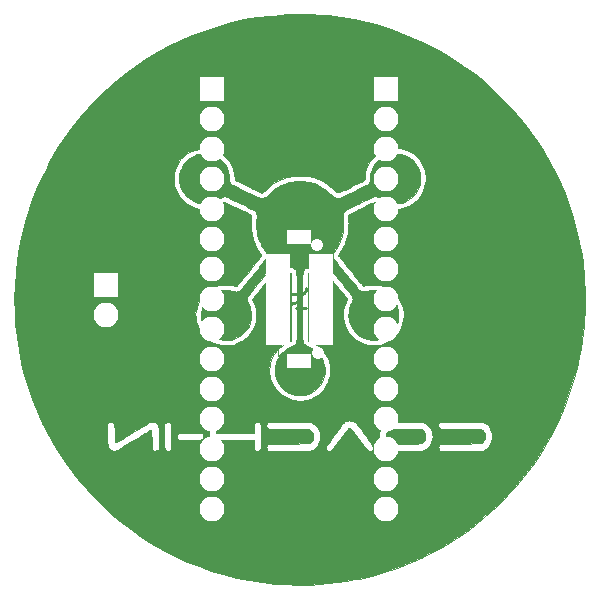
<source format=gbr>
G04 #@! TF.FileFunction,Legend,Bot*
%FSLAX46Y46*%
G04 Gerber Fmt 4.6, Leading zero omitted, Abs format (unit mm)*
G04 Created by KiCad (PCBNEW 4.0.7) date 06/27/18 01:28:05*
%MOMM*%
%LPD*%
G01*
G04 APERTURE LIST*
%ADD10C,0.100000*%
%ADD11C,0.010000*%
%ADD12C,0.254000*%
%ADD13R,2.100000X2.100000*%
%ADD14O,2.100000X2.100000*%
%ADD15R,2.000000X1.200000*%
%ADD16R,2.000000X0.700000*%
%ADD17C,1.050000*%
G04 APERTURE END LIST*
D10*
X112119000Y-89726000D02*
X112119000Y-88926000D01*
X112119000Y-88926000D02*
X115719000Y-88926000D01*
X115719000Y-88926000D02*
X115719000Y-89726000D01*
X112119000Y-97726000D02*
X112119000Y-98526000D01*
X112119000Y-98526000D02*
X115719000Y-98526000D01*
X115719000Y-98526000D02*
X115719000Y-97726000D01*
D11*
G36*
X113622272Y-69599323D02*
X113347559Y-69601747D01*
X113091775Y-69605628D01*
X112863640Y-69610965D01*
X112671873Y-69617760D01*
X112571427Y-69622924D01*
X111447376Y-69715258D01*
X110341241Y-69855067D01*
X109252212Y-70042552D01*
X108179475Y-70277912D01*
X107122221Y-70561346D01*
X106079637Y-70893055D01*
X105050912Y-71273238D01*
X104035235Y-71702094D01*
X103939495Y-71745328D01*
X102957799Y-72218968D01*
X101998897Y-72737415D01*
X101064419Y-73299237D01*
X100155997Y-73903003D01*
X99275260Y-74547281D01*
X98423841Y-75230640D01*
X97603371Y-75951648D01*
X96815479Y-76708875D01*
X96061797Y-77500889D01*
X95343955Y-78326257D01*
X94663586Y-79183550D01*
X94022319Y-80071336D01*
X93437838Y-80962436D01*
X93097709Y-81528040D01*
X92759973Y-82129924D01*
X92430787Y-82755731D01*
X92116305Y-83393102D01*
X91822682Y-84029677D01*
X91556075Y-84653099D01*
X91386410Y-85081355D01*
X91015729Y-86122830D01*
X90693477Y-87178785D01*
X90419905Y-88247437D01*
X90195263Y-89327004D01*
X90019799Y-90415701D01*
X89893764Y-91511747D01*
X89817406Y-92613358D01*
X89790977Y-93718752D01*
X89814725Y-94826145D01*
X89880342Y-95836310D01*
X89999577Y-96932151D01*
X90167719Y-98015942D01*
X90383959Y-99086315D01*
X90647490Y-100141904D01*
X90957501Y-101181340D01*
X91313185Y-102203258D01*
X91713732Y-103206289D01*
X92158334Y-104189068D01*
X92646183Y-105150226D01*
X93176468Y-106088397D01*
X93748383Y-107002213D01*
X94361118Y-107890308D01*
X95013864Y-108751314D01*
X95705813Y-109583865D01*
X96436155Y-110386593D01*
X97204083Y-111158131D01*
X98008788Y-111897111D01*
X98849460Y-112602168D01*
X99725291Y-113271933D01*
X100525728Y-113831896D01*
X101459214Y-114427397D01*
X102414213Y-114976937D01*
X103389888Y-115480229D01*
X104385402Y-115936988D01*
X105399917Y-116346930D01*
X106432598Y-116709767D01*
X107482607Y-117025215D01*
X108549106Y-117292988D01*
X109631260Y-117512800D01*
X110728231Y-117684365D01*
X111839182Y-117807399D01*
X112279035Y-117842377D01*
X112436968Y-117851836D01*
X112632616Y-117860813D01*
X112857423Y-117869140D01*
X113102832Y-117876647D01*
X113360287Y-117883166D01*
X113621231Y-117888528D01*
X113877106Y-117892564D01*
X114119358Y-117895105D01*
X114339428Y-117895982D01*
X114528760Y-117895026D01*
X114678798Y-117892068D01*
X114719876Y-117890554D01*
X115564998Y-117843582D01*
X116369901Y-117777036D01*
X117141639Y-117690068D01*
X117887272Y-117581830D01*
X118613854Y-117451472D01*
X118953209Y-117381803D01*
X120044145Y-117123232D01*
X121114540Y-116818171D01*
X122163995Y-116466817D01*
X123192114Y-116069371D01*
X124198498Y-115626032D01*
X125182750Y-115137000D01*
X126144470Y-114602475D01*
X127083263Y-114022656D01*
X127998729Y-113397742D01*
X128890470Y-112727933D01*
X129758090Y-112013429D01*
X129898855Y-111891295D01*
X130210871Y-111610825D01*
X130544012Y-111297204D01*
X130890095Y-110958836D01*
X131240937Y-110604126D01*
X131588353Y-110241477D01*
X131924161Y-109879294D01*
X132240178Y-109525980D01*
X132522004Y-109197371D01*
X133196577Y-108351928D01*
X133832343Y-107474720D01*
X134428229Y-106568071D01*
X134983165Y-105634305D01*
X135110946Y-105395500D01*
X130229817Y-105395500D01*
X130201947Y-105593121D01*
X130148496Y-105794674D01*
X130088852Y-105948520D01*
X129993323Y-106113793D01*
X129866144Y-106267467D01*
X129718449Y-106399129D01*
X129561369Y-106498370D01*
X129453910Y-106542322D01*
X129418340Y-106545547D01*
X129336195Y-106548483D01*
X129211750Y-106551093D01*
X129049282Y-106553342D01*
X128853066Y-106555194D01*
X128627376Y-106556614D01*
X128376489Y-106557566D01*
X128104680Y-106558016D01*
X127816225Y-106557927D01*
X127618961Y-106557556D01*
X125847577Y-106553127D01*
X125781547Y-106491086D01*
X125707633Y-106391578D01*
X125677748Y-106279058D01*
X125694620Y-106164695D01*
X125699050Y-106153432D01*
X125713116Y-106118111D01*
X125726085Y-106087599D01*
X125741560Y-106061519D01*
X125763142Y-106039492D01*
X125794434Y-106021141D01*
X125839035Y-106006089D01*
X125900550Y-105993957D01*
X125982579Y-105984369D01*
X126088724Y-105976946D01*
X126222587Y-105971312D01*
X126387770Y-105967087D01*
X126587875Y-105963896D01*
X126826504Y-105961360D01*
X127107258Y-105959102D01*
X127433739Y-105956744D01*
X127585879Y-105955629D01*
X129292416Y-105942917D01*
X129400516Y-105871360D01*
X129511383Y-105769606D01*
X129586006Y-105634407D01*
X129625035Y-105464284D01*
X129631639Y-105342857D01*
X129631218Y-105333671D01*
X125201353Y-105333671D01*
X125197822Y-105422949D01*
X125154895Y-105672338D01*
X125074390Y-105901965D01*
X124960114Y-106106465D01*
X124815876Y-106280476D01*
X124645482Y-106418633D01*
X124452739Y-106515575D01*
X124412403Y-106529369D01*
X124378366Y-106536970D01*
X124325903Y-106543329D01*
X124251313Y-106548518D01*
X124150901Y-106552604D01*
X124020966Y-106555659D01*
X123857810Y-106557752D01*
X123657736Y-106558952D01*
X123417045Y-106559329D01*
X123132037Y-106558952D01*
X122881437Y-106558198D01*
X121457614Y-106553127D01*
X121311547Y-106479145D01*
X121132777Y-106361725D01*
X121062996Y-106292778D01*
X120173753Y-106292778D01*
X120169711Y-106331608D01*
X120156609Y-106367612D01*
X120136586Y-106404582D01*
X120135363Y-106406657D01*
X120055479Y-106502067D01*
X119955011Y-106551186D01*
X119849469Y-106557058D01*
X119771518Y-106542617D01*
X119710688Y-106519483D01*
X119699944Y-106512237D01*
X119676402Y-106485279D01*
X119625638Y-106421915D01*
X119550944Y-106326421D01*
X119455614Y-106203070D01*
X119342938Y-106056135D01*
X119216209Y-105889889D01*
X119078720Y-105708608D01*
X118970863Y-105565802D01*
X118827032Y-105376151D01*
X118690795Y-105198656D01*
X118565529Y-105037564D01*
X118454609Y-104897120D01*
X118361412Y-104781569D01*
X118289314Y-104695158D01*
X118241692Y-104642131D01*
X118224142Y-104626857D01*
X118151376Y-104613779D01*
X118100921Y-104629125D01*
X118070741Y-104656321D01*
X118013303Y-104721435D01*
X117931189Y-104821210D01*
X117826976Y-104952387D01*
X117703247Y-105111708D01*
X117562579Y-105295914D01*
X117407554Y-105501747D01*
X117365749Y-105557686D01*
X117223499Y-105747473D01*
X117088402Y-105926089D01*
X116963925Y-106089067D01*
X116853536Y-106231938D01*
X116760701Y-106350236D01*
X116688887Y-106439494D01*
X116641562Y-106495243D01*
X116625519Y-106511440D01*
X116531089Y-106556605D01*
X116458973Y-106565839D01*
X116356151Y-106543334D01*
X116266435Y-106483577D01*
X116198767Y-106398206D01*
X116162091Y-106298859D01*
X116165348Y-106197176D01*
X116168192Y-106187399D01*
X116186707Y-106156304D01*
X116232390Y-106089668D01*
X116301581Y-105992391D01*
X116390620Y-105869369D01*
X116495845Y-105725504D01*
X116613596Y-105565692D01*
X116740213Y-105394834D01*
X116777013Y-105345419D01*
X115679684Y-105345419D01*
X115654263Y-105609526D01*
X115582803Y-105855848D01*
X115467033Y-106080399D01*
X115308676Y-106279192D01*
X115251182Y-106334988D01*
X115205217Y-106377585D01*
X115164459Y-106414558D01*
X115125143Y-106446295D01*
X115083504Y-106473182D01*
X115035776Y-106495607D01*
X114978195Y-106513955D01*
X114906994Y-106528613D01*
X114818409Y-106539968D01*
X114708673Y-106548407D01*
X114574022Y-106554316D01*
X114410691Y-106558082D01*
X114214914Y-106560091D01*
X113982925Y-106560731D01*
X113710959Y-106560387D01*
X113395251Y-106559447D01*
X113075239Y-106558424D01*
X111303476Y-106553127D01*
X111225856Y-106478753D01*
X111156203Y-106381048D01*
X111130298Y-106271807D01*
X111147122Y-106162766D01*
X111205653Y-106065660D01*
X111266222Y-106014081D01*
X111282680Y-106005017D01*
X111304895Y-105997166D01*
X111336582Y-105990408D01*
X111381452Y-105984620D01*
X111443220Y-105979680D01*
X111525598Y-105975465D01*
X111632300Y-105971853D01*
X111767039Y-105968723D01*
X111933528Y-105965952D01*
X112135481Y-105963418D01*
X112376610Y-105960998D01*
X112660628Y-105958571D01*
X112991250Y-105956015D01*
X113042851Y-105955629D01*
X114749703Y-105942917D01*
X114851075Y-105872647D01*
X114928927Y-105804037D01*
X114998723Y-105719146D01*
X115014139Y-105694669D01*
X115043299Y-105637572D01*
X115061616Y-105580394D01*
X115071507Y-105508964D01*
X115075385Y-105409110D01*
X115075832Y-105332706D01*
X115068564Y-105162524D01*
X115057319Y-105102759D01*
X110661220Y-105102759D01*
X110659644Y-105388084D01*
X110657551Y-105636111D01*
X110655473Y-105838401D01*
X110653111Y-106000067D01*
X110650165Y-106126223D01*
X110646334Y-106221982D01*
X110641319Y-106292457D01*
X110634820Y-106342761D01*
X110626538Y-106378008D01*
X110616171Y-106403310D01*
X110603421Y-106423781D01*
X110598506Y-106430527D01*
X110505853Y-106518825D01*
X110397255Y-106561127D01*
X110280055Y-106555622D01*
X110206031Y-106527271D01*
X110150859Y-106492070D01*
X110110585Y-106446709D01*
X110083001Y-106383264D01*
X110065903Y-106293812D01*
X110057083Y-106170429D01*
X110054337Y-106005192D01*
X110054310Y-105982317D01*
X110054310Y-105625099D01*
X106876132Y-105625099D01*
X106876132Y-106368419D01*
X106774147Y-106470404D01*
X106712468Y-106528547D01*
X106665535Y-106557104D01*
X106613766Y-106564005D01*
X106554938Y-106559176D01*
X106451715Y-106533774D01*
X106368694Y-106476667D01*
X106358174Y-106466447D01*
X106278635Y-106386930D01*
X106274353Y-105781481D01*
X103084763Y-105781481D01*
X103084094Y-105965155D01*
X103081460Y-106112127D01*
X103076356Y-106227113D01*
X103068275Y-106314830D01*
X103056714Y-106379994D01*
X103041166Y-106427319D01*
X103021125Y-106461522D01*
X102996086Y-106487319D01*
X102965544Y-106509426D01*
X102949930Y-106519389D01*
X102850115Y-106555488D01*
X102738557Y-106555296D01*
X102635463Y-106520593D01*
X102589937Y-106487674D01*
X102561886Y-106458681D01*
X102538786Y-106426074D01*
X102520209Y-106384975D01*
X102505728Y-106330507D01*
X102494913Y-106257793D01*
X102487337Y-106161954D01*
X102482573Y-106038113D01*
X102480191Y-105881393D01*
X102479764Y-105686915D01*
X102480864Y-105449803D01*
X102482273Y-105260807D01*
X102484617Y-104970568D01*
X102016620Y-104970568D01*
X102016605Y-105150159D01*
X102015394Y-105372472D01*
X102014469Y-105492660D01*
X102007163Y-106383826D01*
X101943600Y-106452188D01*
X101841550Y-106531510D01*
X101730200Y-106564422D01*
X101617081Y-106549497D01*
X101563231Y-106524255D01*
X101520194Y-106497025D01*
X101486039Y-106467901D01*
X101459717Y-106430974D01*
X101440175Y-106380336D01*
X101426364Y-106310079D01*
X101417231Y-106214292D01*
X101411727Y-106087067D01*
X101408799Y-105922496D01*
X101407398Y-105714669D01*
X101407131Y-105646601D01*
X101405831Y-105460466D01*
X101403449Y-105288455D01*
X101400182Y-105137892D01*
X101396224Y-105016102D01*
X101391770Y-104930412D01*
X101387015Y-104888144D01*
X101386947Y-104887895D01*
X101358699Y-104836895D01*
X101326936Y-104816307D01*
X101316582Y-104814460D01*
X101305262Y-104814344D01*
X101289836Y-104817791D01*
X101267168Y-104826633D01*
X101234121Y-104842700D01*
X101187555Y-104867824D01*
X101124335Y-104903837D01*
X101041321Y-104952569D01*
X100935378Y-105015853D01*
X100803366Y-105095520D01*
X100642149Y-105193401D01*
X100448588Y-105311328D01*
X100219547Y-105451131D01*
X99951887Y-105614643D01*
X99795151Y-105710411D01*
X99563490Y-105851689D01*
X99342287Y-105986074D01*
X99135797Y-106111016D01*
X98948272Y-106223964D01*
X98783967Y-106322370D01*
X98647134Y-106403684D01*
X98542027Y-106465356D01*
X98472900Y-106504836D01*
X98447604Y-106518177D01*
X98297224Y-106560772D01*
X98143312Y-106558035D01*
X97995883Y-106513647D01*
X97864955Y-106431288D01*
X97760543Y-106314639D01*
X97725262Y-106252738D01*
X97711440Y-106222225D01*
X97700245Y-106189979D01*
X97691403Y-106150562D01*
X97684635Y-106098540D01*
X97679666Y-106028476D01*
X97676219Y-105934935D01*
X97674018Y-105812482D01*
X97672787Y-105655679D01*
X97672249Y-105459092D01*
X97672128Y-105217284D01*
X97672128Y-104272466D01*
X97758575Y-104186020D01*
X97823283Y-104130148D01*
X97884702Y-104105020D01*
X97960027Y-104099573D01*
X98081042Y-104122707D01*
X98178573Y-104187830D01*
X98244140Y-104288520D01*
X98256027Y-104323680D01*
X98263329Y-104375473D01*
X98269769Y-104471000D01*
X98275110Y-104603148D01*
X98279115Y-104764803D01*
X98281545Y-104948853D01*
X98282196Y-105107121D01*
X98282347Y-105328604D01*
X98283622Y-105503790D01*
X98287407Y-105637233D01*
X98295090Y-105733485D01*
X98308056Y-105797101D01*
X98327693Y-105832633D01*
X98355387Y-105844634D01*
X98392524Y-105837659D01*
X98440491Y-105816261D01*
X98490268Y-105790417D01*
X98536262Y-105764446D01*
X98621203Y-105714502D01*
X98740707Y-105643230D01*
X98890395Y-105553276D01*
X99065882Y-105447284D01*
X99262789Y-105327900D01*
X99476732Y-105197768D01*
X99703330Y-105059533D01*
X99869929Y-104957651D01*
X100101669Y-104816055D01*
X100322956Y-104681360D01*
X100529543Y-104556116D01*
X100717182Y-104442875D01*
X100881626Y-104344187D01*
X101018628Y-104262604D01*
X101123941Y-104200677D01*
X101193318Y-104160956D01*
X101218975Y-104147381D01*
X101336099Y-104112873D01*
X101471946Y-104101442D01*
X101602675Y-104113757D01*
X101673269Y-104134667D01*
X101779371Y-104200813D01*
X101878210Y-104300584D01*
X101954930Y-104417322D01*
X101981550Y-104480391D01*
X101992481Y-104519824D01*
X102001138Y-104568786D01*
X102007700Y-104632809D01*
X102012348Y-104717426D01*
X102015261Y-104828168D01*
X102016620Y-104970568D01*
X102484617Y-104970568D01*
X102490246Y-104273591D01*
X102585218Y-104186582D01*
X102692712Y-104116335D01*
X102804725Y-104094564D01*
X102914727Y-104121474D01*
X102991997Y-104173743D01*
X103075031Y-104247913D01*
X103082228Y-105285167D01*
X103083972Y-105556391D01*
X103084763Y-105781481D01*
X106274353Y-105781481D01*
X106271440Y-105369631D01*
X106270802Y-105269196D01*
X105791748Y-105269196D01*
X105789158Y-105375091D01*
X105746310Y-105480685D01*
X105670612Y-105567962D01*
X105668077Y-105569979D01*
X105648570Y-105584356D01*
X105626844Y-105595988D01*
X105597653Y-105605164D01*
X105555750Y-105612177D01*
X105495888Y-105617316D01*
X105412822Y-105620873D01*
X105301305Y-105623139D01*
X105156089Y-105624404D01*
X104971930Y-105624960D01*
X104743581Y-105625096D01*
X104673805Y-105625099D01*
X103749607Y-105625099D01*
X103669663Y-105553669D01*
X103603692Y-105465141D01*
X103572964Y-105358606D01*
X103579370Y-105250261D01*
X103623446Y-105158004D01*
X103655018Y-105120555D01*
X103688225Y-105090271D01*
X103728564Y-105066393D01*
X103781529Y-105048162D01*
X103852618Y-105034821D01*
X103947326Y-105025609D01*
X104071149Y-105019769D01*
X104229583Y-105016541D01*
X104428124Y-105015168D01*
X104660125Y-105014889D01*
X104862052Y-105015387D01*
X105050760Y-105016799D01*
X105219393Y-105019001D01*
X105361097Y-105021867D01*
X105469019Y-105025274D01*
X105536303Y-105029098D01*
X105552360Y-105031085D01*
X105644821Y-105071670D01*
X105726950Y-105145403D01*
X105781813Y-105235441D01*
X105791748Y-105269196D01*
X106270802Y-105269196D01*
X106269801Y-105111845D01*
X106268983Y-104899901D01*
X106269146Y-104728793D01*
X106270449Y-104593515D01*
X106273051Y-104489062D01*
X106277112Y-104410430D01*
X106282790Y-104352612D01*
X106290246Y-104310603D01*
X106299638Y-104279399D01*
X106306651Y-104262971D01*
X106375637Y-104171534D01*
X106472132Y-104116177D01*
X106584660Y-104100329D01*
X106701745Y-104127418D01*
X106724412Y-104138142D01*
X106780409Y-104174138D01*
X106821066Y-104220849D01*
X106848675Y-104286315D01*
X106865527Y-104378577D01*
X106873915Y-104505675D01*
X106876132Y-104670383D01*
X106876132Y-105014889D01*
X110050647Y-105014889D01*
X110067023Y-104247829D01*
X110150057Y-104173701D01*
X110250493Y-104113932D01*
X110359043Y-104097901D01*
X110464687Y-104122230D01*
X110556409Y-104183542D01*
X110623192Y-104278460D01*
X110640116Y-104323919D01*
X110648257Y-104380358D01*
X110654448Y-104487035D01*
X110658680Y-104643378D01*
X110660941Y-104848811D01*
X110661220Y-105102759D01*
X115057319Y-105102759D01*
X115043909Y-105031498D01*
X114997589Y-104929652D01*
X114925324Y-104847009D01*
X114840839Y-104784747D01*
X114722633Y-104709783D01*
X113081314Y-104709642D01*
X112717081Y-104709191D01*
X112391815Y-104707921D01*
X112107168Y-104705858D01*
X111864790Y-104703026D01*
X111666334Y-104699450D01*
X111513452Y-104695155D01*
X111407793Y-104690167D01*
X111351010Y-104684510D01*
X111345807Y-104683340D01*
X111241880Y-104630773D01*
X111169587Y-104546198D01*
X111133929Y-104440931D01*
X111139907Y-104326283D01*
X111161379Y-104266190D01*
X111175943Y-104234477D01*
X111189791Y-104207024D01*
X111206471Y-104183539D01*
X111229535Y-104163729D01*
X111262533Y-104147301D01*
X111309015Y-104133962D01*
X111372530Y-104123421D01*
X111456630Y-104115384D01*
X111564864Y-104109558D01*
X111700783Y-104105651D01*
X111867936Y-104103370D01*
X112069873Y-104102423D01*
X112310146Y-104102517D01*
X112592304Y-104103359D01*
X112919897Y-104104656D01*
X113111438Y-104105421D01*
X114872428Y-104112286D01*
X115019089Y-104181012D01*
X115200121Y-104293001D01*
X115358181Y-104445035D01*
X115489207Y-104629956D01*
X115589139Y-104840604D01*
X115653914Y-105069820D01*
X115679471Y-105310446D01*
X115679684Y-105345419D01*
X116777013Y-105345419D01*
X116872035Y-105217827D01*
X117005402Y-105039572D01*
X117136653Y-104864966D01*
X117262127Y-104698908D01*
X117378164Y-104546298D01*
X117481103Y-104412034D01*
X117567285Y-104301015D01*
X117633047Y-104218140D01*
X117674730Y-104168307D01*
X117684597Y-104158022D01*
X117822222Y-104065385D01*
X117984996Y-104008297D01*
X118160128Y-103988452D01*
X118334827Y-104007541D01*
X118470126Y-104054069D01*
X118559241Y-104100937D01*
X118639543Y-104150940D01*
X118677724Y-104179866D01*
X118706445Y-104212124D01*
X118761942Y-104280990D01*
X118840876Y-104382095D01*
X118939912Y-104511070D01*
X119055711Y-104663548D01*
X119184937Y-104835159D01*
X119324253Y-105021535D01*
X119449810Y-105190594D01*
X119623481Y-105425463D01*
X119768856Y-105623385D01*
X119888074Y-105788150D01*
X119983270Y-105923551D01*
X120056584Y-106033378D01*
X120110152Y-106121423D01*
X120146111Y-106191477D01*
X120166599Y-106247332D01*
X120173753Y-106292778D01*
X121062996Y-106292778D01*
X120972697Y-106203560D01*
X120837904Y-106013299D01*
X120734993Y-105799589D01*
X120692256Y-105667339D01*
X120667957Y-105527227D01*
X120658562Y-105359940D01*
X120663968Y-105186886D01*
X120684068Y-105029476D01*
X120695644Y-104977807D01*
X120767592Y-104777189D01*
X120873040Y-104585806D01*
X121004027Y-104414146D01*
X121152595Y-104272697D01*
X121305061Y-104174725D01*
X121432188Y-104112286D01*
X124406963Y-104112286D01*
X124534090Y-104174604D01*
X124661720Y-104255501D01*
X124793497Y-104370219D01*
X124915999Y-104504862D01*
X125015801Y-104645530D01*
X125051053Y-104709783D01*
X125131331Y-104912484D01*
X125182680Y-105126517D01*
X125201353Y-105333671D01*
X129631218Y-105333671D01*
X129624363Y-105184358D01*
X129599435Y-105059932D01*
X129552905Y-104954678D01*
X129512648Y-104894091D01*
X129488870Y-104861295D01*
X129467259Y-104832972D01*
X129444109Y-104808767D01*
X129415717Y-104788327D01*
X129378379Y-104771296D01*
X129328389Y-104757321D01*
X129262044Y-104746048D01*
X129175639Y-104737123D01*
X129065470Y-104730190D01*
X128927832Y-104724897D01*
X128759022Y-104720888D01*
X128555334Y-104717810D01*
X128313065Y-104715308D01*
X128028510Y-104713028D01*
X127697965Y-104710617D01*
X127585141Y-104709783D01*
X127239768Y-104707284D01*
X126941612Y-104705062D01*
X126687042Y-104702741D01*
X126472428Y-104699945D01*
X126294140Y-104696300D01*
X126148549Y-104691429D01*
X126032023Y-104684957D01*
X125940933Y-104676509D01*
X125871649Y-104665709D01*
X125820540Y-104652182D01*
X125783976Y-104635551D01*
X125758328Y-104615442D01*
X125739965Y-104591478D01*
X125725256Y-104563286D01*
X125710573Y-104530488D01*
X125703484Y-104515132D01*
X125672817Y-104400995D01*
X125692366Y-104294418D01*
X125761956Y-104196156D01*
X125782360Y-104177132D01*
X125872197Y-104098254D01*
X129441197Y-104112286D01*
X129568324Y-104179947D01*
X129768552Y-104314630D01*
X129937254Y-104486670D01*
X130071409Y-104691312D01*
X130167999Y-104923805D01*
X130224003Y-105179396D01*
X130228719Y-105219460D01*
X130229817Y-105395500D01*
X135110946Y-105395500D01*
X135496077Y-104675744D01*
X135965892Y-103694712D01*
X136391538Y-102693532D01*
X136771944Y-101674528D01*
X137106035Y-100640021D01*
X137392741Y-99592337D01*
X137630987Y-98533797D01*
X137756440Y-97858163D01*
X137858431Y-97215151D01*
X137940906Y-96593134D01*
X138004731Y-95980505D01*
X138050775Y-95365656D01*
X138079904Y-94736978D01*
X138092985Y-94082864D01*
X138090886Y-93391706D01*
X138090767Y-93382756D01*
X138080039Y-92854568D01*
X138061993Y-92364633D01*
X138035639Y-91900750D01*
X137999991Y-91450716D01*
X137954062Y-91002329D01*
X137896864Y-90543389D01*
X137827410Y-90061693D01*
X137816144Y-89988462D01*
X137623735Y-88911122D01*
X137383241Y-87848431D01*
X137095659Y-86801755D01*
X136761988Y-85772460D01*
X136383228Y-84761911D01*
X135960377Y-83771474D01*
X135821614Y-83482905D01*
X124619517Y-83482905D01*
X124616759Y-83691925D01*
X124599617Y-83872795D01*
X124598488Y-83879995D01*
X124516805Y-84235416D01*
X124390640Y-84569842D01*
X124222967Y-84879985D01*
X124016760Y-85162558D01*
X123774994Y-85414271D01*
X123500643Y-85631836D01*
X123196682Y-85811966D01*
X122866086Y-85951371D01*
X122671623Y-86010111D01*
X122332759Y-86072848D01*
X121987778Y-86087375D01*
X121642745Y-86054851D01*
X121303728Y-85976436D01*
X120976791Y-85853289D01*
X120668000Y-85686571D01*
X120544820Y-85603577D01*
X120457886Y-85542642D01*
X120386079Y-85494980D01*
X120339521Y-85467177D01*
X120328301Y-85462736D01*
X120302013Y-85473440D01*
X120234467Y-85504124D01*
X120130195Y-85552647D01*
X119993726Y-85616870D01*
X119829591Y-85694652D01*
X119642320Y-85783852D01*
X119436444Y-85882331D01*
X119216493Y-85987947D01*
X119207881Y-85992090D01*
X118946431Y-86118221D01*
X118727417Y-86224718D01*
X118547213Y-86313491D01*
X118402194Y-86386451D01*
X118288736Y-86445509D01*
X118203213Y-86492574D01*
X118142000Y-86529558D01*
X118101471Y-86558371D01*
X118078001Y-86580924D01*
X118071146Y-86591167D01*
X118054497Y-86632592D01*
X118047254Y-86683290D01*
X118049179Y-86755611D01*
X118060034Y-86861904D01*
X118065126Y-86903286D01*
X118079987Y-87079933D01*
X118085819Y-87289016D01*
X118083194Y-87515592D01*
X118072682Y-87744719D01*
X118054856Y-87961455D01*
X118030287Y-88150857D01*
X118014069Y-88238139D01*
X117902871Y-88649955D01*
X117748815Y-89054703D01*
X117557248Y-89439952D01*
X117363709Y-89750339D01*
X117298014Y-89847413D01*
X117244746Y-89930293D01*
X117209791Y-89989538D01*
X117198855Y-90014725D01*
X117214512Y-90037809D01*
X117259299Y-90096074D01*
X117329936Y-90185511D01*
X117423147Y-90302115D01*
X117535654Y-90441879D01*
X117664178Y-90600796D01*
X117805441Y-90774859D01*
X117956166Y-90960062D01*
X118113074Y-91152398D01*
X118272888Y-91347860D01*
X118432330Y-91542441D01*
X118588121Y-91732136D01*
X118736984Y-91912936D01*
X118875641Y-92080836D01*
X119000814Y-92231829D01*
X119109224Y-92361908D01*
X119197595Y-92467066D01*
X119262647Y-92543297D01*
X119301104Y-92586594D01*
X119309787Y-92594953D01*
X119344121Y-92595706D01*
X119414784Y-92584612D01*
X119509235Y-92563863D01*
X119557230Y-92551677D01*
X119651555Y-92528601D01*
X119739493Y-92512408D01*
X119833415Y-92501985D01*
X119945693Y-92496219D01*
X120088697Y-92493996D01*
X120199055Y-92493911D01*
X120369216Y-92495407D01*
X120500839Y-92499692D01*
X120606209Y-92507905D01*
X120697611Y-92521189D01*
X120787333Y-92540683D01*
X120834691Y-92552924D01*
X121000217Y-92605720D01*
X121183859Y-92678013D01*
X121367704Y-92761762D01*
X121533843Y-92848929D01*
X121640123Y-92914462D01*
X121743454Y-92993523D01*
X121866014Y-93100896D01*
X121995803Y-93224760D01*
X122120821Y-93353296D01*
X122229069Y-93474682D01*
X122299020Y-93563532D01*
X122483591Y-93862931D01*
X122622769Y-94179616D01*
X122716929Y-94508706D01*
X122766442Y-94845324D01*
X122771684Y-95184591D01*
X122733028Y-95521628D01*
X122650848Y-95851557D01*
X122525516Y-96169498D01*
X122357408Y-96470572D01*
X122146896Y-96749902D01*
X122046616Y-96858857D01*
X121773814Y-97103800D01*
X121478272Y-97303502D01*
X121161791Y-97457259D01*
X120826173Y-97564364D01*
X120473218Y-97624114D01*
X120104729Y-97635805D01*
X120064541Y-97634184D01*
X119701828Y-97593054D01*
X119358543Y-97504953D01*
X119035299Y-97370153D01*
X118732704Y-97188925D01*
X118451372Y-96961537D01*
X118370711Y-96883862D01*
X118131832Y-96610234D01*
X117936835Y-96314031D01*
X117786397Y-95999459D01*
X117681197Y-95670723D01*
X117621913Y-95332030D01*
X117609222Y-94987584D01*
X117643802Y-94641591D01*
X117726332Y-94298257D01*
X117857490Y-93961788D01*
X117889129Y-93896659D01*
X117937079Y-93797676D01*
X117962981Y-93732369D01*
X117969764Y-93690117D01*
X117960351Y-93660301D01*
X117956029Y-93653846D01*
X117934541Y-93626782D01*
X117883582Y-93563891D01*
X117805976Y-93468623D01*
X117704546Y-93344430D01*
X117582117Y-93194764D01*
X117441512Y-93023075D01*
X117285554Y-92832815D01*
X117117068Y-92627437D01*
X116938878Y-92410390D01*
X116894671Y-92356567D01*
X116661668Y-92073642D01*
X116459319Y-91829535D01*
X116286715Y-91623191D01*
X116142951Y-91453558D01*
X116027117Y-91319581D01*
X115938308Y-91220206D01*
X115875616Y-91154381D01*
X115838133Y-91121050D01*
X115826803Y-91116328D01*
X115788760Y-91130383D01*
X115714587Y-91159430D01*
X115615196Y-91199147D01*
X115508064Y-91242539D01*
X115359650Y-91298610D01*
X115190932Y-91355522D01*
X115027925Y-91404750D01*
X114948705Y-91425815D01*
X114835287Y-91455923D01*
X114740468Y-91484855D01*
X114675027Y-91509079D01*
X114650345Y-91523621D01*
X114647573Y-91552791D01*
X114645030Y-91628851D01*
X114642714Y-91747842D01*
X114640627Y-91905803D01*
X114638767Y-92098774D01*
X114637134Y-92322796D01*
X114635728Y-92573908D01*
X114634549Y-92848151D01*
X114633596Y-93141565D01*
X114632870Y-93450189D01*
X114632369Y-93770063D01*
X114632093Y-94097228D01*
X114632043Y-94427724D01*
X114632217Y-94757591D01*
X114632616Y-95082868D01*
X114633239Y-95399596D01*
X114634086Y-95703814D01*
X114635156Y-95991564D01*
X114636449Y-96258884D01*
X114637966Y-96501815D01*
X114639705Y-96716397D01*
X114641667Y-96898670D01*
X114643850Y-97044673D01*
X114646255Y-97150448D01*
X114648881Y-97212033D01*
X114650792Y-97226647D01*
X114684457Y-97251334D01*
X114749584Y-97281500D01*
X114796599Y-97298680D01*
X115107992Y-97427983D01*
X115401562Y-97601558D01*
X115671957Y-97814382D01*
X115913825Y-98061429D01*
X116121817Y-98337675D01*
X116290580Y-98638094D01*
X116338923Y-98746900D01*
X116409147Y-98927633D01*
X116459755Y-99089666D01*
X116493572Y-99248215D01*
X116513424Y-99418493D01*
X116522138Y-99615716D01*
X116523207Y-99739113D01*
X116522017Y-99908211D01*
X116517698Y-100038868D01*
X116509132Y-100143453D01*
X116495195Y-100234337D01*
X116474769Y-100323889D01*
X116467860Y-100349944D01*
X116347851Y-100701787D01*
X116187092Y-101027469D01*
X115988330Y-101323925D01*
X115754311Y-101588090D01*
X115487784Y-101816898D01*
X115191494Y-102007285D01*
X114868189Y-102156185D01*
X114839547Y-102166831D01*
X114670139Y-102225030D01*
X114521263Y-102266339D01*
X114377918Y-102293021D01*
X114225101Y-102307340D01*
X114047813Y-102311559D01*
X113893549Y-102309543D01*
X113713364Y-102303543D01*
X113571133Y-102293941D01*
X113454008Y-102279344D01*
X113349142Y-102258358D01*
X113296052Y-102244693D01*
X112954991Y-102125029D01*
X112635382Y-101959639D01*
X112339998Y-101750090D01*
X112193088Y-101620594D01*
X111946688Y-101358187D01*
X111746650Y-101080213D01*
X111589650Y-100780662D01*
X111472364Y-100453524D01*
X111413296Y-100210755D01*
X111393780Y-100097196D01*
X111382509Y-99982392D01*
X111378690Y-99851239D01*
X111381530Y-99688632D01*
X111383286Y-99638683D01*
X111403632Y-99365951D01*
X111445174Y-99123569D01*
X111512022Y-98893989D01*
X111608286Y-98659668D01*
X111617020Y-98640961D01*
X111785235Y-98341298D01*
X111994997Y-98064303D01*
X112240190Y-97815728D01*
X112514699Y-97601328D01*
X112812409Y-97426853D01*
X112993311Y-97346215D01*
X113232488Y-97251551D01*
X113232488Y-94383664D01*
X113232456Y-93939955D01*
X113232331Y-93544325D01*
X113232070Y-93194001D01*
X113231630Y-92886211D01*
X113230970Y-92618183D01*
X113230046Y-92387144D01*
X113228815Y-92190323D01*
X113227236Y-92024947D01*
X113225265Y-91888243D01*
X113222859Y-91777440D01*
X113219976Y-91689765D01*
X113216574Y-91622446D01*
X113212609Y-91572710D01*
X113208039Y-91537786D01*
X113202821Y-91514901D01*
X113196913Y-91501283D01*
X113190272Y-91494160D01*
X113187994Y-91492803D01*
X113134427Y-91473427D01*
X113058616Y-91454747D01*
X113041798Y-91451528D01*
X112932229Y-91426128D01*
X112791211Y-91385258D01*
X112633824Y-91333967D01*
X112475147Y-91277303D01*
X112330260Y-91220312D01*
X112260296Y-91189922D01*
X112161527Y-91146618D01*
X112097184Y-91123890D01*
X112056382Y-91119230D01*
X112028238Y-91130131D01*
X112021904Y-91134994D01*
X112000233Y-91159249D01*
X111949940Y-91218907D01*
X111874388Y-91309840D01*
X111776941Y-91427919D01*
X111660960Y-91569014D01*
X111529810Y-91728999D01*
X111386854Y-91903744D01*
X111235455Y-92089121D01*
X111078975Y-92281001D01*
X110920779Y-92475255D01*
X110764228Y-92667755D01*
X110612688Y-92854373D01*
X110469519Y-93030980D01*
X110338087Y-93193447D01*
X110221754Y-93337646D01*
X110123882Y-93459448D01*
X110047836Y-93554725D01*
X109996978Y-93619348D01*
X109980237Y-93641306D01*
X109925080Y-93715910D01*
X110026162Y-93918002D01*
X110162294Y-94244517D01*
X110250456Y-94579153D01*
X110291978Y-94917556D01*
X110288186Y-95255373D01*
X110240408Y-95588251D01*
X110149974Y-95911837D01*
X110018210Y-96221778D01*
X109846444Y-96513721D01*
X109636006Y-96783312D01*
X109388223Y-97026200D01*
X109104422Y-97238029D01*
X108992382Y-97306606D01*
X108678555Y-97459484D01*
X108348386Y-97566523D01*
X108007443Y-97627774D01*
X107661297Y-97643285D01*
X107315516Y-97613106D01*
X106975670Y-97537285D01*
X106647329Y-97415873D01*
X106392702Y-97283591D01*
X106108639Y-97086475D01*
X105855439Y-96853438D01*
X105635690Y-96589703D01*
X105451976Y-96300491D01*
X105306882Y-95991024D01*
X105202993Y-95666525D01*
X105142896Y-95332216D01*
X105129174Y-94993317D01*
X105147059Y-94767474D01*
X105217780Y-94410018D01*
X105333690Y-94072708D01*
X105492086Y-93758603D01*
X105690262Y-93470762D01*
X105925515Y-93212243D01*
X106195139Y-92986105D01*
X106496432Y-92795407D01*
X106826688Y-92643207D01*
X107105522Y-92552409D01*
X107295094Y-92515080D01*
X107516251Y-92493988D01*
X107752389Y-92489132D01*
X107986905Y-92500514D01*
X108203193Y-92528133D01*
X108316794Y-92552368D01*
X108422572Y-92577505D01*
X108512377Y-92595398D01*
X108573053Y-92603588D01*
X108588620Y-92603219D01*
X108612211Y-92582109D01*
X108664078Y-92525206D01*
X108740933Y-92436571D01*
X108839488Y-92320263D01*
X108956457Y-92180344D01*
X109088553Y-92020872D01*
X109232486Y-91845909D01*
X109384971Y-91659514D01*
X109542720Y-91465748D01*
X109702446Y-91268671D01*
X109860861Y-91072343D01*
X110014678Y-90880825D01*
X110160609Y-90698176D01*
X110295368Y-90528458D01*
X110415667Y-90375729D01*
X110518218Y-90244051D01*
X110599734Y-90137484D01*
X110656928Y-90060088D01*
X110686513Y-90015923D01*
X110689946Y-90007851D01*
X110675530Y-89966504D01*
X110637517Y-89898969D01*
X110583759Y-89819017D01*
X110576925Y-89809651D01*
X110342557Y-89449014D01*
X110148734Y-89061101D01*
X109996830Y-88651061D01*
X109888217Y-88224043D01*
X109824270Y-87785197D01*
X109806360Y-87339670D01*
X109825211Y-86991074D01*
X109838123Y-86845044D01*
X109844237Y-86740566D01*
X109843566Y-86668801D01*
X109836122Y-86620906D01*
X109825779Y-86594723D01*
X109803842Y-86573136D01*
X109753548Y-86539619D01*
X109672393Y-86492865D01*
X109557872Y-86431570D01*
X109407480Y-86354429D01*
X109218714Y-86260136D01*
X108989068Y-86147385D01*
X108716038Y-86014871D01*
X108678262Y-85996625D01*
X107562558Y-85457968D01*
X107388485Y-85587014D01*
X107092391Y-85775926D01*
X106776642Y-85920737D01*
X106446526Y-86021288D01*
X106107329Y-86077420D01*
X105764339Y-86088975D01*
X105422844Y-86055796D01*
X105088132Y-85977724D01*
X104765489Y-85854601D01*
X104460204Y-85686270D01*
X104443111Y-85675096D01*
X104313918Y-85578882D01*
X104168941Y-85453042D01*
X104020856Y-85310092D01*
X103882341Y-85162546D01*
X103766072Y-85022918D01*
X103723465Y-84964672D01*
X103544922Y-84663437D01*
X103411547Y-84345311D01*
X103322983Y-84015313D01*
X103278869Y-83678464D01*
X103278846Y-83339786D01*
X103322556Y-83004299D01*
X103409638Y-82677025D01*
X103539734Y-82362983D01*
X103712484Y-82067194D01*
X103927529Y-81794681D01*
X103952208Y-81767983D01*
X104152833Y-81570516D01*
X104353728Y-81409000D01*
X104571325Y-81271174D01*
X104727684Y-81189373D01*
X105057349Y-81055093D01*
X105393871Y-80968979D01*
X105733006Y-80929577D01*
X106070511Y-80935427D01*
X106402144Y-80985073D01*
X106723662Y-81077058D01*
X107030821Y-81209924D01*
X107319379Y-81382214D01*
X107585093Y-81592471D01*
X107823721Y-81839238D01*
X108031019Y-82121057D01*
X108172271Y-82372440D01*
X108269708Y-82591699D01*
X108341907Y-82807419D01*
X108393393Y-83036416D01*
X108428692Y-83295503D01*
X108433251Y-83342060D01*
X108461961Y-83649512D01*
X109553366Y-84174743D01*
X109807830Y-84296442D01*
X110037908Y-84404953D01*
X110240314Y-84498797D01*
X110411765Y-84576494D01*
X110548975Y-84636565D01*
X110648659Y-84677529D01*
X110707533Y-84697908D01*
X110719458Y-84699974D01*
X110756970Y-84693194D01*
X110803001Y-84669597D01*
X110864080Y-84624297D01*
X110946732Y-84552408D01*
X111057488Y-84449044D01*
X111067659Y-84439363D01*
X111339261Y-84197123D01*
X111607703Y-83993083D01*
X111886584Y-83817432D01*
X112057256Y-83725320D01*
X112479029Y-83537282D01*
X112909463Y-83398218D01*
X113345391Y-83307645D01*
X113783648Y-83265081D01*
X114221068Y-83270043D01*
X114654484Y-83322047D01*
X115080731Y-83420612D01*
X115496642Y-83565254D01*
X115899052Y-83755492D01*
X116284794Y-83990842D01*
X116650703Y-84270822D01*
X116856200Y-84456936D01*
X116948771Y-84542865D01*
X117033317Y-84615549D01*
X117100641Y-84667456D01*
X117141546Y-84691050D01*
X117142198Y-84691224D01*
X117200676Y-84689833D01*
X117281727Y-84668694D01*
X117320176Y-84653766D01*
X117380156Y-84626631D01*
X117476555Y-84581563D01*
X117603562Y-84521378D01*
X117755371Y-84448892D01*
X117926174Y-84366921D01*
X118110163Y-84278282D01*
X118301529Y-84185790D01*
X118494466Y-84092262D01*
X118683165Y-84000513D01*
X118861818Y-83913361D01*
X119024617Y-83833620D01*
X119165755Y-83764108D01*
X119279424Y-83707639D01*
X119359815Y-83667031D01*
X119401122Y-83645100D01*
X119403803Y-83643455D01*
X119433434Y-83618875D01*
X119450885Y-83584819D01*
X119459330Y-83528514D01*
X119461941Y-83437190D01*
X119462052Y-83409047D01*
X119467982Y-83287379D01*
X119483369Y-83143981D01*
X119505130Y-83006404D01*
X119509729Y-82983206D01*
X119605654Y-82640914D01*
X119746141Y-82319155D01*
X119927838Y-82021439D01*
X120147387Y-81751280D01*
X120401436Y-81512189D01*
X120686630Y-81307677D01*
X120999613Y-81141256D01*
X121337031Y-81016438D01*
X121407360Y-80996720D01*
X121517719Y-80969119D01*
X121614458Y-80950141D01*
X121712133Y-80938240D01*
X121825301Y-80931873D01*
X121968518Y-80929492D01*
X122042398Y-80929310D01*
X122203582Y-80930494D01*
X122328374Y-80935051D01*
X122431203Y-80944489D01*
X122526492Y-80960316D01*
X122628670Y-80984040D01*
X122670554Y-80994974D01*
X123021218Y-81113429D01*
X123344841Y-81273684D01*
X123638788Y-81473096D01*
X123900423Y-81709021D01*
X124127110Y-81978814D01*
X124316215Y-82279831D01*
X124465101Y-82609428D01*
X124550784Y-82881435D01*
X124585601Y-83058212D01*
X124608822Y-83265185D01*
X124619517Y-83482905D01*
X135821614Y-83482905D01*
X135494435Y-82802513D01*
X134986399Y-81856396D01*
X134437268Y-80934486D01*
X133848043Y-80038149D01*
X133219720Y-79168751D01*
X132553300Y-78327657D01*
X131849781Y-77516234D01*
X131110161Y-76735845D01*
X130335441Y-75987857D01*
X129526618Y-75273635D01*
X128684691Y-74594545D01*
X127810660Y-73951952D01*
X126905522Y-73347221D01*
X125970278Y-72781718D01*
X125005925Y-72256809D01*
X124750521Y-72127136D01*
X123751087Y-71654876D01*
X122737822Y-71231256D01*
X121710168Y-70856129D01*
X120667564Y-70529345D01*
X119609453Y-70250755D01*
X118535276Y-70020211D01*
X117444473Y-69837565D01*
X116336486Y-69702667D01*
X115342799Y-69623092D01*
X115179741Y-69615335D01*
X114974572Y-69609031D01*
X114736014Y-69604181D01*
X114472784Y-69600784D01*
X114193604Y-69598842D01*
X113907194Y-69598355D01*
X113622272Y-69599323D01*
X113622272Y-69599323D01*
G37*
X113622272Y-69599323D02*
X113347559Y-69601747D01*
X113091775Y-69605628D01*
X112863640Y-69610965D01*
X112671873Y-69617760D01*
X112571427Y-69622924D01*
X111447376Y-69715258D01*
X110341241Y-69855067D01*
X109252212Y-70042552D01*
X108179475Y-70277912D01*
X107122221Y-70561346D01*
X106079637Y-70893055D01*
X105050912Y-71273238D01*
X104035235Y-71702094D01*
X103939495Y-71745328D01*
X102957799Y-72218968D01*
X101998897Y-72737415D01*
X101064419Y-73299237D01*
X100155997Y-73903003D01*
X99275260Y-74547281D01*
X98423841Y-75230640D01*
X97603371Y-75951648D01*
X96815479Y-76708875D01*
X96061797Y-77500889D01*
X95343955Y-78326257D01*
X94663586Y-79183550D01*
X94022319Y-80071336D01*
X93437838Y-80962436D01*
X93097709Y-81528040D01*
X92759973Y-82129924D01*
X92430787Y-82755731D01*
X92116305Y-83393102D01*
X91822682Y-84029677D01*
X91556075Y-84653099D01*
X91386410Y-85081355D01*
X91015729Y-86122830D01*
X90693477Y-87178785D01*
X90419905Y-88247437D01*
X90195263Y-89327004D01*
X90019799Y-90415701D01*
X89893764Y-91511747D01*
X89817406Y-92613358D01*
X89790977Y-93718752D01*
X89814725Y-94826145D01*
X89880342Y-95836310D01*
X89999577Y-96932151D01*
X90167719Y-98015942D01*
X90383959Y-99086315D01*
X90647490Y-100141904D01*
X90957501Y-101181340D01*
X91313185Y-102203258D01*
X91713732Y-103206289D01*
X92158334Y-104189068D01*
X92646183Y-105150226D01*
X93176468Y-106088397D01*
X93748383Y-107002213D01*
X94361118Y-107890308D01*
X95013864Y-108751314D01*
X95705813Y-109583865D01*
X96436155Y-110386593D01*
X97204083Y-111158131D01*
X98008788Y-111897111D01*
X98849460Y-112602168D01*
X99725291Y-113271933D01*
X100525728Y-113831896D01*
X101459214Y-114427397D01*
X102414213Y-114976937D01*
X103389888Y-115480229D01*
X104385402Y-115936988D01*
X105399917Y-116346930D01*
X106432598Y-116709767D01*
X107482607Y-117025215D01*
X108549106Y-117292988D01*
X109631260Y-117512800D01*
X110728231Y-117684365D01*
X111839182Y-117807399D01*
X112279035Y-117842377D01*
X112436968Y-117851836D01*
X112632616Y-117860813D01*
X112857423Y-117869140D01*
X113102832Y-117876647D01*
X113360287Y-117883166D01*
X113621231Y-117888528D01*
X113877106Y-117892564D01*
X114119358Y-117895105D01*
X114339428Y-117895982D01*
X114528760Y-117895026D01*
X114678798Y-117892068D01*
X114719876Y-117890554D01*
X115564998Y-117843582D01*
X116369901Y-117777036D01*
X117141639Y-117690068D01*
X117887272Y-117581830D01*
X118613854Y-117451472D01*
X118953209Y-117381803D01*
X120044145Y-117123232D01*
X121114540Y-116818171D01*
X122163995Y-116466817D01*
X123192114Y-116069371D01*
X124198498Y-115626032D01*
X125182750Y-115137000D01*
X126144470Y-114602475D01*
X127083263Y-114022656D01*
X127998729Y-113397742D01*
X128890470Y-112727933D01*
X129758090Y-112013429D01*
X129898855Y-111891295D01*
X130210871Y-111610825D01*
X130544012Y-111297204D01*
X130890095Y-110958836D01*
X131240937Y-110604126D01*
X131588353Y-110241477D01*
X131924161Y-109879294D01*
X132240178Y-109525980D01*
X132522004Y-109197371D01*
X133196577Y-108351928D01*
X133832343Y-107474720D01*
X134428229Y-106568071D01*
X134983165Y-105634305D01*
X135110946Y-105395500D01*
X130229817Y-105395500D01*
X130201947Y-105593121D01*
X130148496Y-105794674D01*
X130088852Y-105948520D01*
X129993323Y-106113793D01*
X129866144Y-106267467D01*
X129718449Y-106399129D01*
X129561369Y-106498370D01*
X129453910Y-106542322D01*
X129418340Y-106545547D01*
X129336195Y-106548483D01*
X129211750Y-106551093D01*
X129049282Y-106553342D01*
X128853066Y-106555194D01*
X128627376Y-106556614D01*
X128376489Y-106557566D01*
X128104680Y-106558016D01*
X127816225Y-106557927D01*
X127618961Y-106557556D01*
X125847577Y-106553127D01*
X125781547Y-106491086D01*
X125707633Y-106391578D01*
X125677748Y-106279058D01*
X125694620Y-106164695D01*
X125699050Y-106153432D01*
X125713116Y-106118111D01*
X125726085Y-106087599D01*
X125741560Y-106061519D01*
X125763142Y-106039492D01*
X125794434Y-106021141D01*
X125839035Y-106006089D01*
X125900550Y-105993957D01*
X125982579Y-105984369D01*
X126088724Y-105976946D01*
X126222587Y-105971312D01*
X126387770Y-105967087D01*
X126587875Y-105963896D01*
X126826504Y-105961360D01*
X127107258Y-105959102D01*
X127433739Y-105956744D01*
X127585879Y-105955629D01*
X129292416Y-105942917D01*
X129400516Y-105871360D01*
X129511383Y-105769606D01*
X129586006Y-105634407D01*
X129625035Y-105464284D01*
X129631639Y-105342857D01*
X129631218Y-105333671D01*
X125201353Y-105333671D01*
X125197822Y-105422949D01*
X125154895Y-105672338D01*
X125074390Y-105901965D01*
X124960114Y-106106465D01*
X124815876Y-106280476D01*
X124645482Y-106418633D01*
X124452739Y-106515575D01*
X124412403Y-106529369D01*
X124378366Y-106536970D01*
X124325903Y-106543329D01*
X124251313Y-106548518D01*
X124150901Y-106552604D01*
X124020966Y-106555659D01*
X123857810Y-106557752D01*
X123657736Y-106558952D01*
X123417045Y-106559329D01*
X123132037Y-106558952D01*
X122881437Y-106558198D01*
X121457614Y-106553127D01*
X121311547Y-106479145D01*
X121132777Y-106361725D01*
X121062996Y-106292778D01*
X120173753Y-106292778D01*
X120169711Y-106331608D01*
X120156609Y-106367612D01*
X120136586Y-106404582D01*
X120135363Y-106406657D01*
X120055479Y-106502067D01*
X119955011Y-106551186D01*
X119849469Y-106557058D01*
X119771518Y-106542617D01*
X119710688Y-106519483D01*
X119699944Y-106512237D01*
X119676402Y-106485279D01*
X119625638Y-106421915D01*
X119550944Y-106326421D01*
X119455614Y-106203070D01*
X119342938Y-106056135D01*
X119216209Y-105889889D01*
X119078720Y-105708608D01*
X118970863Y-105565802D01*
X118827032Y-105376151D01*
X118690795Y-105198656D01*
X118565529Y-105037564D01*
X118454609Y-104897120D01*
X118361412Y-104781569D01*
X118289314Y-104695158D01*
X118241692Y-104642131D01*
X118224142Y-104626857D01*
X118151376Y-104613779D01*
X118100921Y-104629125D01*
X118070741Y-104656321D01*
X118013303Y-104721435D01*
X117931189Y-104821210D01*
X117826976Y-104952387D01*
X117703247Y-105111708D01*
X117562579Y-105295914D01*
X117407554Y-105501747D01*
X117365749Y-105557686D01*
X117223499Y-105747473D01*
X117088402Y-105926089D01*
X116963925Y-106089067D01*
X116853536Y-106231938D01*
X116760701Y-106350236D01*
X116688887Y-106439494D01*
X116641562Y-106495243D01*
X116625519Y-106511440D01*
X116531089Y-106556605D01*
X116458973Y-106565839D01*
X116356151Y-106543334D01*
X116266435Y-106483577D01*
X116198767Y-106398206D01*
X116162091Y-106298859D01*
X116165348Y-106197176D01*
X116168192Y-106187399D01*
X116186707Y-106156304D01*
X116232390Y-106089668D01*
X116301581Y-105992391D01*
X116390620Y-105869369D01*
X116495845Y-105725504D01*
X116613596Y-105565692D01*
X116740213Y-105394834D01*
X116777013Y-105345419D01*
X115679684Y-105345419D01*
X115654263Y-105609526D01*
X115582803Y-105855848D01*
X115467033Y-106080399D01*
X115308676Y-106279192D01*
X115251182Y-106334988D01*
X115205217Y-106377585D01*
X115164459Y-106414558D01*
X115125143Y-106446295D01*
X115083504Y-106473182D01*
X115035776Y-106495607D01*
X114978195Y-106513955D01*
X114906994Y-106528613D01*
X114818409Y-106539968D01*
X114708673Y-106548407D01*
X114574022Y-106554316D01*
X114410691Y-106558082D01*
X114214914Y-106560091D01*
X113982925Y-106560731D01*
X113710959Y-106560387D01*
X113395251Y-106559447D01*
X113075239Y-106558424D01*
X111303476Y-106553127D01*
X111225856Y-106478753D01*
X111156203Y-106381048D01*
X111130298Y-106271807D01*
X111147122Y-106162766D01*
X111205653Y-106065660D01*
X111266222Y-106014081D01*
X111282680Y-106005017D01*
X111304895Y-105997166D01*
X111336582Y-105990408D01*
X111381452Y-105984620D01*
X111443220Y-105979680D01*
X111525598Y-105975465D01*
X111632300Y-105971853D01*
X111767039Y-105968723D01*
X111933528Y-105965952D01*
X112135481Y-105963418D01*
X112376610Y-105960998D01*
X112660628Y-105958571D01*
X112991250Y-105956015D01*
X113042851Y-105955629D01*
X114749703Y-105942917D01*
X114851075Y-105872647D01*
X114928927Y-105804037D01*
X114998723Y-105719146D01*
X115014139Y-105694669D01*
X115043299Y-105637572D01*
X115061616Y-105580394D01*
X115071507Y-105508964D01*
X115075385Y-105409110D01*
X115075832Y-105332706D01*
X115068564Y-105162524D01*
X115057319Y-105102759D01*
X110661220Y-105102759D01*
X110659644Y-105388084D01*
X110657551Y-105636111D01*
X110655473Y-105838401D01*
X110653111Y-106000067D01*
X110650165Y-106126223D01*
X110646334Y-106221982D01*
X110641319Y-106292457D01*
X110634820Y-106342761D01*
X110626538Y-106378008D01*
X110616171Y-106403310D01*
X110603421Y-106423781D01*
X110598506Y-106430527D01*
X110505853Y-106518825D01*
X110397255Y-106561127D01*
X110280055Y-106555622D01*
X110206031Y-106527271D01*
X110150859Y-106492070D01*
X110110585Y-106446709D01*
X110083001Y-106383264D01*
X110065903Y-106293812D01*
X110057083Y-106170429D01*
X110054337Y-106005192D01*
X110054310Y-105982317D01*
X110054310Y-105625099D01*
X106876132Y-105625099D01*
X106876132Y-106368419D01*
X106774147Y-106470404D01*
X106712468Y-106528547D01*
X106665535Y-106557104D01*
X106613766Y-106564005D01*
X106554938Y-106559176D01*
X106451715Y-106533774D01*
X106368694Y-106476667D01*
X106358174Y-106466447D01*
X106278635Y-106386930D01*
X106274353Y-105781481D01*
X103084763Y-105781481D01*
X103084094Y-105965155D01*
X103081460Y-106112127D01*
X103076356Y-106227113D01*
X103068275Y-106314830D01*
X103056714Y-106379994D01*
X103041166Y-106427319D01*
X103021125Y-106461522D01*
X102996086Y-106487319D01*
X102965544Y-106509426D01*
X102949930Y-106519389D01*
X102850115Y-106555488D01*
X102738557Y-106555296D01*
X102635463Y-106520593D01*
X102589937Y-106487674D01*
X102561886Y-106458681D01*
X102538786Y-106426074D01*
X102520209Y-106384975D01*
X102505728Y-106330507D01*
X102494913Y-106257793D01*
X102487337Y-106161954D01*
X102482573Y-106038113D01*
X102480191Y-105881393D01*
X102479764Y-105686915D01*
X102480864Y-105449803D01*
X102482273Y-105260807D01*
X102484617Y-104970568D01*
X102016620Y-104970568D01*
X102016605Y-105150159D01*
X102015394Y-105372472D01*
X102014469Y-105492660D01*
X102007163Y-106383826D01*
X101943600Y-106452188D01*
X101841550Y-106531510D01*
X101730200Y-106564422D01*
X101617081Y-106549497D01*
X101563231Y-106524255D01*
X101520194Y-106497025D01*
X101486039Y-106467901D01*
X101459717Y-106430974D01*
X101440175Y-106380336D01*
X101426364Y-106310079D01*
X101417231Y-106214292D01*
X101411727Y-106087067D01*
X101408799Y-105922496D01*
X101407398Y-105714669D01*
X101407131Y-105646601D01*
X101405831Y-105460466D01*
X101403449Y-105288455D01*
X101400182Y-105137892D01*
X101396224Y-105016102D01*
X101391770Y-104930412D01*
X101387015Y-104888144D01*
X101386947Y-104887895D01*
X101358699Y-104836895D01*
X101326936Y-104816307D01*
X101316582Y-104814460D01*
X101305262Y-104814344D01*
X101289836Y-104817791D01*
X101267168Y-104826633D01*
X101234121Y-104842700D01*
X101187555Y-104867824D01*
X101124335Y-104903837D01*
X101041321Y-104952569D01*
X100935378Y-105015853D01*
X100803366Y-105095520D01*
X100642149Y-105193401D01*
X100448588Y-105311328D01*
X100219547Y-105451131D01*
X99951887Y-105614643D01*
X99795151Y-105710411D01*
X99563490Y-105851689D01*
X99342287Y-105986074D01*
X99135797Y-106111016D01*
X98948272Y-106223964D01*
X98783967Y-106322370D01*
X98647134Y-106403684D01*
X98542027Y-106465356D01*
X98472900Y-106504836D01*
X98447604Y-106518177D01*
X98297224Y-106560772D01*
X98143312Y-106558035D01*
X97995883Y-106513647D01*
X97864955Y-106431288D01*
X97760543Y-106314639D01*
X97725262Y-106252738D01*
X97711440Y-106222225D01*
X97700245Y-106189979D01*
X97691403Y-106150562D01*
X97684635Y-106098540D01*
X97679666Y-106028476D01*
X97676219Y-105934935D01*
X97674018Y-105812482D01*
X97672787Y-105655679D01*
X97672249Y-105459092D01*
X97672128Y-105217284D01*
X97672128Y-104272466D01*
X97758575Y-104186020D01*
X97823283Y-104130148D01*
X97884702Y-104105020D01*
X97960027Y-104099573D01*
X98081042Y-104122707D01*
X98178573Y-104187830D01*
X98244140Y-104288520D01*
X98256027Y-104323680D01*
X98263329Y-104375473D01*
X98269769Y-104471000D01*
X98275110Y-104603148D01*
X98279115Y-104764803D01*
X98281545Y-104948853D01*
X98282196Y-105107121D01*
X98282347Y-105328604D01*
X98283622Y-105503790D01*
X98287407Y-105637233D01*
X98295090Y-105733485D01*
X98308056Y-105797101D01*
X98327693Y-105832633D01*
X98355387Y-105844634D01*
X98392524Y-105837659D01*
X98440491Y-105816261D01*
X98490268Y-105790417D01*
X98536262Y-105764446D01*
X98621203Y-105714502D01*
X98740707Y-105643230D01*
X98890395Y-105553276D01*
X99065882Y-105447284D01*
X99262789Y-105327900D01*
X99476732Y-105197768D01*
X99703330Y-105059533D01*
X99869929Y-104957651D01*
X100101669Y-104816055D01*
X100322956Y-104681360D01*
X100529543Y-104556116D01*
X100717182Y-104442875D01*
X100881626Y-104344187D01*
X101018628Y-104262604D01*
X101123941Y-104200677D01*
X101193318Y-104160956D01*
X101218975Y-104147381D01*
X101336099Y-104112873D01*
X101471946Y-104101442D01*
X101602675Y-104113757D01*
X101673269Y-104134667D01*
X101779371Y-104200813D01*
X101878210Y-104300584D01*
X101954930Y-104417322D01*
X101981550Y-104480391D01*
X101992481Y-104519824D01*
X102001138Y-104568786D01*
X102007700Y-104632809D01*
X102012348Y-104717426D01*
X102015261Y-104828168D01*
X102016620Y-104970568D01*
X102484617Y-104970568D01*
X102490246Y-104273591D01*
X102585218Y-104186582D01*
X102692712Y-104116335D01*
X102804725Y-104094564D01*
X102914727Y-104121474D01*
X102991997Y-104173743D01*
X103075031Y-104247913D01*
X103082228Y-105285167D01*
X103083972Y-105556391D01*
X103084763Y-105781481D01*
X106274353Y-105781481D01*
X106271440Y-105369631D01*
X106270802Y-105269196D01*
X105791748Y-105269196D01*
X105789158Y-105375091D01*
X105746310Y-105480685D01*
X105670612Y-105567962D01*
X105668077Y-105569979D01*
X105648570Y-105584356D01*
X105626844Y-105595988D01*
X105597653Y-105605164D01*
X105555750Y-105612177D01*
X105495888Y-105617316D01*
X105412822Y-105620873D01*
X105301305Y-105623139D01*
X105156089Y-105624404D01*
X104971930Y-105624960D01*
X104743581Y-105625096D01*
X104673805Y-105625099D01*
X103749607Y-105625099D01*
X103669663Y-105553669D01*
X103603692Y-105465141D01*
X103572964Y-105358606D01*
X103579370Y-105250261D01*
X103623446Y-105158004D01*
X103655018Y-105120555D01*
X103688225Y-105090271D01*
X103728564Y-105066393D01*
X103781529Y-105048162D01*
X103852618Y-105034821D01*
X103947326Y-105025609D01*
X104071149Y-105019769D01*
X104229583Y-105016541D01*
X104428124Y-105015168D01*
X104660125Y-105014889D01*
X104862052Y-105015387D01*
X105050760Y-105016799D01*
X105219393Y-105019001D01*
X105361097Y-105021867D01*
X105469019Y-105025274D01*
X105536303Y-105029098D01*
X105552360Y-105031085D01*
X105644821Y-105071670D01*
X105726950Y-105145403D01*
X105781813Y-105235441D01*
X105791748Y-105269196D01*
X106270802Y-105269196D01*
X106269801Y-105111845D01*
X106268983Y-104899901D01*
X106269146Y-104728793D01*
X106270449Y-104593515D01*
X106273051Y-104489062D01*
X106277112Y-104410430D01*
X106282790Y-104352612D01*
X106290246Y-104310603D01*
X106299638Y-104279399D01*
X106306651Y-104262971D01*
X106375637Y-104171534D01*
X106472132Y-104116177D01*
X106584660Y-104100329D01*
X106701745Y-104127418D01*
X106724412Y-104138142D01*
X106780409Y-104174138D01*
X106821066Y-104220849D01*
X106848675Y-104286315D01*
X106865527Y-104378577D01*
X106873915Y-104505675D01*
X106876132Y-104670383D01*
X106876132Y-105014889D01*
X110050647Y-105014889D01*
X110067023Y-104247829D01*
X110150057Y-104173701D01*
X110250493Y-104113932D01*
X110359043Y-104097901D01*
X110464687Y-104122230D01*
X110556409Y-104183542D01*
X110623192Y-104278460D01*
X110640116Y-104323919D01*
X110648257Y-104380358D01*
X110654448Y-104487035D01*
X110658680Y-104643378D01*
X110660941Y-104848811D01*
X110661220Y-105102759D01*
X115057319Y-105102759D01*
X115043909Y-105031498D01*
X114997589Y-104929652D01*
X114925324Y-104847009D01*
X114840839Y-104784747D01*
X114722633Y-104709783D01*
X113081314Y-104709642D01*
X112717081Y-104709191D01*
X112391815Y-104707921D01*
X112107168Y-104705858D01*
X111864790Y-104703026D01*
X111666334Y-104699450D01*
X111513452Y-104695155D01*
X111407793Y-104690167D01*
X111351010Y-104684510D01*
X111345807Y-104683340D01*
X111241880Y-104630773D01*
X111169587Y-104546198D01*
X111133929Y-104440931D01*
X111139907Y-104326283D01*
X111161379Y-104266190D01*
X111175943Y-104234477D01*
X111189791Y-104207024D01*
X111206471Y-104183539D01*
X111229535Y-104163729D01*
X111262533Y-104147301D01*
X111309015Y-104133962D01*
X111372530Y-104123421D01*
X111456630Y-104115384D01*
X111564864Y-104109558D01*
X111700783Y-104105651D01*
X111867936Y-104103370D01*
X112069873Y-104102423D01*
X112310146Y-104102517D01*
X112592304Y-104103359D01*
X112919897Y-104104656D01*
X113111438Y-104105421D01*
X114872428Y-104112286D01*
X115019089Y-104181012D01*
X115200121Y-104293001D01*
X115358181Y-104445035D01*
X115489207Y-104629956D01*
X115589139Y-104840604D01*
X115653914Y-105069820D01*
X115679471Y-105310446D01*
X115679684Y-105345419D01*
X116777013Y-105345419D01*
X116872035Y-105217827D01*
X117005402Y-105039572D01*
X117136653Y-104864966D01*
X117262127Y-104698908D01*
X117378164Y-104546298D01*
X117481103Y-104412034D01*
X117567285Y-104301015D01*
X117633047Y-104218140D01*
X117674730Y-104168307D01*
X117684597Y-104158022D01*
X117822222Y-104065385D01*
X117984996Y-104008297D01*
X118160128Y-103988452D01*
X118334827Y-104007541D01*
X118470126Y-104054069D01*
X118559241Y-104100937D01*
X118639543Y-104150940D01*
X118677724Y-104179866D01*
X118706445Y-104212124D01*
X118761942Y-104280990D01*
X118840876Y-104382095D01*
X118939912Y-104511070D01*
X119055711Y-104663548D01*
X119184937Y-104835159D01*
X119324253Y-105021535D01*
X119449810Y-105190594D01*
X119623481Y-105425463D01*
X119768856Y-105623385D01*
X119888074Y-105788150D01*
X119983270Y-105923551D01*
X120056584Y-106033378D01*
X120110152Y-106121423D01*
X120146111Y-106191477D01*
X120166599Y-106247332D01*
X120173753Y-106292778D01*
X121062996Y-106292778D01*
X120972697Y-106203560D01*
X120837904Y-106013299D01*
X120734993Y-105799589D01*
X120692256Y-105667339D01*
X120667957Y-105527227D01*
X120658562Y-105359940D01*
X120663968Y-105186886D01*
X120684068Y-105029476D01*
X120695644Y-104977807D01*
X120767592Y-104777189D01*
X120873040Y-104585806D01*
X121004027Y-104414146D01*
X121152595Y-104272697D01*
X121305061Y-104174725D01*
X121432188Y-104112286D01*
X124406963Y-104112286D01*
X124534090Y-104174604D01*
X124661720Y-104255501D01*
X124793497Y-104370219D01*
X124915999Y-104504862D01*
X125015801Y-104645530D01*
X125051053Y-104709783D01*
X125131331Y-104912484D01*
X125182680Y-105126517D01*
X125201353Y-105333671D01*
X129631218Y-105333671D01*
X129624363Y-105184358D01*
X129599435Y-105059932D01*
X129552905Y-104954678D01*
X129512648Y-104894091D01*
X129488870Y-104861295D01*
X129467259Y-104832972D01*
X129444109Y-104808767D01*
X129415717Y-104788327D01*
X129378379Y-104771296D01*
X129328389Y-104757321D01*
X129262044Y-104746048D01*
X129175639Y-104737123D01*
X129065470Y-104730190D01*
X128927832Y-104724897D01*
X128759022Y-104720888D01*
X128555334Y-104717810D01*
X128313065Y-104715308D01*
X128028510Y-104713028D01*
X127697965Y-104710617D01*
X127585141Y-104709783D01*
X127239768Y-104707284D01*
X126941612Y-104705062D01*
X126687042Y-104702741D01*
X126472428Y-104699945D01*
X126294140Y-104696300D01*
X126148549Y-104691429D01*
X126032023Y-104684957D01*
X125940933Y-104676509D01*
X125871649Y-104665709D01*
X125820540Y-104652182D01*
X125783976Y-104635551D01*
X125758328Y-104615442D01*
X125739965Y-104591478D01*
X125725256Y-104563286D01*
X125710573Y-104530488D01*
X125703484Y-104515132D01*
X125672817Y-104400995D01*
X125692366Y-104294418D01*
X125761956Y-104196156D01*
X125782360Y-104177132D01*
X125872197Y-104098254D01*
X129441197Y-104112286D01*
X129568324Y-104179947D01*
X129768552Y-104314630D01*
X129937254Y-104486670D01*
X130071409Y-104691312D01*
X130167999Y-104923805D01*
X130224003Y-105179396D01*
X130228719Y-105219460D01*
X130229817Y-105395500D01*
X135110946Y-105395500D01*
X135496077Y-104675744D01*
X135965892Y-103694712D01*
X136391538Y-102693532D01*
X136771944Y-101674528D01*
X137106035Y-100640021D01*
X137392741Y-99592337D01*
X137630987Y-98533797D01*
X137756440Y-97858163D01*
X137858431Y-97215151D01*
X137940906Y-96593134D01*
X138004731Y-95980505D01*
X138050775Y-95365656D01*
X138079904Y-94736978D01*
X138092985Y-94082864D01*
X138090886Y-93391706D01*
X138090767Y-93382756D01*
X138080039Y-92854568D01*
X138061993Y-92364633D01*
X138035639Y-91900750D01*
X137999991Y-91450716D01*
X137954062Y-91002329D01*
X137896864Y-90543389D01*
X137827410Y-90061693D01*
X137816144Y-89988462D01*
X137623735Y-88911122D01*
X137383241Y-87848431D01*
X137095659Y-86801755D01*
X136761988Y-85772460D01*
X136383228Y-84761911D01*
X135960377Y-83771474D01*
X135821614Y-83482905D01*
X124619517Y-83482905D01*
X124616759Y-83691925D01*
X124599617Y-83872795D01*
X124598488Y-83879995D01*
X124516805Y-84235416D01*
X124390640Y-84569842D01*
X124222967Y-84879985D01*
X124016760Y-85162558D01*
X123774994Y-85414271D01*
X123500643Y-85631836D01*
X123196682Y-85811966D01*
X122866086Y-85951371D01*
X122671623Y-86010111D01*
X122332759Y-86072848D01*
X121987778Y-86087375D01*
X121642745Y-86054851D01*
X121303728Y-85976436D01*
X120976791Y-85853289D01*
X120668000Y-85686571D01*
X120544820Y-85603577D01*
X120457886Y-85542642D01*
X120386079Y-85494980D01*
X120339521Y-85467177D01*
X120328301Y-85462736D01*
X120302013Y-85473440D01*
X120234467Y-85504124D01*
X120130195Y-85552647D01*
X119993726Y-85616870D01*
X119829591Y-85694652D01*
X119642320Y-85783852D01*
X119436444Y-85882331D01*
X119216493Y-85987947D01*
X119207881Y-85992090D01*
X118946431Y-86118221D01*
X118727417Y-86224718D01*
X118547213Y-86313491D01*
X118402194Y-86386451D01*
X118288736Y-86445509D01*
X118203213Y-86492574D01*
X118142000Y-86529558D01*
X118101471Y-86558371D01*
X118078001Y-86580924D01*
X118071146Y-86591167D01*
X118054497Y-86632592D01*
X118047254Y-86683290D01*
X118049179Y-86755611D01*
X118060034Y-86861904D01*
X118065126Y-86903286D01*
X118079987Y-87079933D01*
X118085819Y-87289016D01*
X118083194Y-87515592D01*
X118072682Y-87744719D01*
X118054856Y-87961455D01*
X118030287Y-88150857D01*
X118014069Y-88238139D01*
X117902871Y-88649955D01*
X117748815Y-89054703D01*
X117557248Y-89439952D01*
X117363709Y-89750339D01*
X117298014Y-89847413D01*
X117244746Y-89930293D01*
X117209791Y-89989538D01*
X117198855Y-90014725D01*
X117214512Y-90037809D01*
X117259299Y-90096074D01*
X117329936Y-90185511D01*
X117423147Y-90302115D01*
X117535654Y-90441879D01*
X117664178Y-90600796D01*
X117805441Y-90774859D01*
X117956166Y-90960062D01*
X118113074Y-91152398D01*
X118272888Y-91347860D01*
X118432330Y-91542441D01*
X118588121Y-91732136D01*
X118736984Y-91912936D01*
X118875641Y-92080836D01*
X119000814Y-92231829D01*
X119109224Y-92361908D01*
X119197595Y-92467066D01*
X119262647Y-92543297D01*
X119301104Y-92586594D01*
X119309787Y-92594953D01*
X119344121Y-92595706D01*
X119414784Y-92584612D01*
X119509235Y-92563863D01*
X119557230Y-92551677D01*
X119651555Y-92528601D01*
X119739493Y-92512408D01*
X119833415Y-92501985D01*
X119945693Y-92496219D01*
X120088697Y-92493996D01*
X120199055Y-92493911D01*
X120369216Y-92495407D01*
X120500839Y-92499692D01*
X120606209Y-92507905D01*
X120697611Y-92521189D01*
X120787333Y-92540683D01*
X120834691Y-92552924D01*
X121000217Y-92605720D01*
X121183859Y-92678013D01*
X121367704Y-92761762D01*
X121533843Y-92848929D01*
X121640123Y-92914462D01*
X121743454Y-92993523D01*
X121866014Y-93100896D01*
X121995803Y-93224760D01*
X122120821Y-93353296D01*
X122229069Y-93474682D01*
X122299020Y-93563532D01*
X122483591Y-93862931D01*
X122622769Y-94179616D01*
X122716929Y-94508706D01*
X122766442Y-94845324D01*
X122771684Y-95184591D01*
X122733028Y-95521628D01*
X122650848Y-95851557D01*
X122525516Y-96169498D01*
X122357408Y-96470572D01*
X122146896Y-96749902D01*
X122046616Y-96858857D01*
X121773814Y-97103800D01*
X121478272Y-97303502D01*
X121161791Y-97457259D01*
X120826173Y-97564364D01*
X120473218Y-97624114D01*
X120104729Y-97635805D01*
X120064541Y-97634184D01*
X119701828Y-97593054D01*
X119358543Y-97504953D01*
X119035299Y-97370153D01*
X118732704Y-97188925D01*
X118451372Y-96961537D01*
X118370711Y-96883862D01*
X118131832Y-96610234D01*
X117936835Y-96314031D01*
X117786397Y-95999459D01*
X117681197Y-95670723D01*
X117621913Y-95332030D01*
X117609222Y-94987584D01*
X117643802Y-94641591D01*
X117726332Y-94298257D01*
X117857490Y-93961788D01*
X117889129Y-93896659D01*
X117937079Y-93797676D01*
X117962981Y-93732369D01*
X117969764Y-93690117D01*
X117960351Y-93660301D01*
X117956029Y-93653846D01*
X117934541Y-93626782D01*
X117883582Y-93563891D01*
X117805976Y-93468623D01*
X117704546Y-93344430D01*
X117582117Y-93194764D01*
X117441512Y-93023075D01*
X117285554Y-92832815D01*
X117117068Y-92627437D01*
X116938878Y-92410390D01*
X116894671Y-92356567D01*
X116661668Y-92073642D01*
X116459319Y-91829535D01*
X116286715Y-91623191D01*
X116142951Y-91453558D01*
X116027117Y-91319581D01*
X115938308Y-91220206D01*
X115875616Y-91154381D01*
X115838133Y-91121050D01*
X115826803Y-91116328D01*
X115788760Y-91130383D01*
X115714587Y-91159430D01*
X115615196Y-91199147D01*
X115508064Y-91242539D01*
X115359650Y-91298610D01*
X115190932Y-91355522D01*
X115027925Y-91404750D01*
X114948705Y-91425815D01*
X114835287Y-91455923D01*
X114740468Y-91484855D01*
X114675027Y-91509079D01*
X114650345Y-91523621D01*
X114647573Y-91552791D01*
X114645030Y-91628851D01*
X114642714Y-91747842D01*
X114640627Y-91905803D01*
X114638767Y-92098774D01*
X114637134Y-92322796D01*
X114635728Y-92573908D01*
X114634549Y-92848151D01*
X114633596Y-93141565D01*
X114632870Y-93450189D01*
X114632369Y-93770063D01*
X114632093Y-94097228D01*
X114632043Y-94427724D01*
X114632217Y-94757591D01*
X114632616Y-95082868D01*
X114633239Y-95399596D01*
X114634086Y-95703814D01*
X114635156Y-95991564D01*
X114636449Y-96258884D01*
X114637966Y-96501815D01*
X114639705Y-96716397D01*
X114641667Y-96898670D01*
X114643850Y-97044673D01*
X114646255Y-97150448D01*
X114648881Y-97212033D01*
X114650792Y-97226647D01*
X114684457Y-97251334D01*
X114749584Y-97281500D01*
X114796599Y-97298680D01*
X115107992Y-97427983D01*
X115401562Y-97601558D01*
X115671957Y-97814382D01*
X115913825Y-98061429D01*
X116121817Y-98337675D01*
X116290580Y-98638094D01*
X116338923Y-98746900D01*
X116409147Y-98927633D01*
X116459755Y-99089666D01*
X116493572Y-99248215D01*
X116513424Y-99418493D01*
X116522138Y-99615716D01*
X116523207Y-99739113D01*
X116522017Y-99908211D01*
X116517698Y-100038868D01*
X116509132Y-100143453D01*
X116495195Y-100234337D01*
X116474769Y-100323889D01*
X116467860Y-100349944D01*
X116347851Y-100701787D01*
X116187092Y-101027469D01*
X115988330Y-101323925D01*
X115754311Y-101588090D01*
X115487784Y-101816898D01*
X115191494Y-102007285D01*
X114868189Y-102156185D01*
X114839547Y-102166831D01*
X114670139Y-102225030D01*
X114521263Y-102266339D01*
X114377918Y-102293021D01*
X114225101Y-102307340D01*
X114047813Y-102311559D01*
X113893549Y-102309543D01*
X113713364Y-102303543D01*
X113571133Y-102293941D01*
X113454008Y-102279344D01*
X113349142Y-102258358D01*
X113296052Y-102244693D01*
X112954991Y-102125029D01*
X112635382Y-101959639D01*
X112339998Y-101750090D01*
X112193088Y-101620594D01*
X111946688Y-101358187D01*
X111746650Y-101080213D01*
X111589650Y-100780662D01*
X111472364Y-100453524D01*
X111413296Y-100210755D01*
X111393780Y-100097196D01*
X111382509Y-99982392D01*
X111378690Y-99851239D01*
X111381530Y-99688632D01*
X111383286Y-99638683D01*
X111403632Y-99365951D01*
X111445174Y-99123569D01*
X111512022Y-98893989D01*
X111608286Y-98659668D01*
X111617020Y-98640961D01*
X111785235Y-98341298D01*
X111994997Y-98064303D01*
X112240190Y-97815728D01*
X112514699Y-97601328D01*
X112812409Y-97426853D01*
X112993311Y-97346215D01*
X113232488Y-97251551D01*
X113232488Y-94383664D01*
X113232456Y-93939955D01*
X113232331Y-93544325D01*
X113232070Y-93194001D01*
X113231630Y-92886211D01*
X113230970Y-92618183D01*
X113230046Y-92387144D01*
X113228815Y-92190323D01*
X113227236Y-92024947D01*
X113225265Y-91888243D01*
X113222859Y-91777440D01*
X113219976Y-91689765D01*
X113216574Y-91622446D01*
X113212609Y-91572710D01*
X113208039Y-91537786D01*
X113202821Y-91514901D01*
X113196913Y-91501283D01*
X113190272Y-91494160D01*
X113187994Y-91492803D01*
X113134427Y-91473427D01*
X113058616Y-91454747D01*
X113041798Y-91451528D01*
X112932229Y-91426128D01*
X112791211Y-91385258D01*
X112633824Y-91333967D01*
X112475147Y-91277303D01*
X112330260Y-91220312D01*
X112260296Y-91189922D01*
X112161527Y-91146618D01*
X112097184Y-91123890D01*
X112056382Y-91119230D01*
X112028238Y-91130131D01*
X112021904Y-91134994D01*
X112000233Y-91159249D01*
X111949940Y-91218907D01*
X111874388Y-91309840D01*
X111776941Y-91427919D01*
X111660960Y-91569014D01*
X111529810Y-91728999D01*
X111386854Y-91903744D01*
X111235455Y-92089121D01*
X111078975Y-92281001D01*
X110920779Y-92475255D01*
X110764228Y-92667755D01*
X110612688Y-92854373D01*
X110469519Y-93030980D01*
X110338087Y-93193447D01*
X110221754Y-93337646D01*
X110123882Y-93459448D01*
X110047836Y-93554725D01*
X109996978Y-93619348D01*
X109980237Y-93641306D01*
X109925080Y-93715910D01*
X110026162Y-93918002D01*
X110162294Y-94244517D01*
X110250456Y-94579153D01*
X110291978Y-94917556D01*
X110288186Y-95255373D01*
X110240408Y-95588251D01*
X110149974Y-95911837D01*
X110018210Y-96221778D01*
X109846444Y-96513721D01*
X109636006Y-96783312D01*
X109388223Y-97026200D01*
X109104422Y-97238029D01*
X108992382Y-97306606D01*
X108678555Y-97459484D01*
X108348386Y-97566523D01*
X108007443Y-97627774D01*
X107661297Y-97643285D01*
X107315516Y-97613106D01*
X106975670Y-97537285D01*
X106647329Y-97415873D01*
X106392702Y-97283591D01*
X106108639Y-97086475D01*
X105855439Y-96853438D01*
X105635690Y-96589703D01*
X105451976Y-96300491D01*
X105306882Y-95991024D01*
X105202993Y-95666525D01*
X105142896Y-95332216D01*
X105129174Y-94993317D01*
X105147059Y-94767474D01*
X105217780Y-94410018D01*
X105333690Y-94072708D01*
X105492086Y-93758603D01*
X105690262Y-93470762D01*
X105925515Y-93212243D01*
X106195139Y-92986105D01*
X106496432Y-92795407D01*
X106826688Y-92643207D01*
X107105522Y-92552409D01*
X107295094Y-92515080D01*
X107516251Y-92493988D01*
X107752389Y-92489132D01*
X107986905Y-92500514D01*
X108203193Y-92528133D01*
X108316794Y-92552368D01*
X108422572Y-92577505D01*
X108512377Y-92595398D01*
X108573053Y-92603588D01*
X108588620Y-92603219D01*
X108612211Y-92582109D01*
X108664078Y-92525206D01*
X108740933Y-92436571D01*
X108839488Y-92320263D01*
X108956457Y-92180344D01*
X109088553Y-92020872D01*
X109232486Y-91845909D01*
X109384971Y-91659514D01*
X109542720Y-91465748D01*
X109702446Y-91268671D01*
X109860861Y-91072343D01*
X110014678Y-90880825D01*
X110160609Y-90698176D01*
X110295368Y-90528458D01*
X110415667Y-90375729D01*
X110518218Y-90244051D01*
X110599734Y-90137484D01*
X110656928Y-90060088D01*
X110686513Y-90015923D01*
X110689946Y-90007851D01*
X110675530Y-89966504D01*
X110637517Y-89898969D01*
X110583759Y-89819017D01*
X110576925Y-89809651D01*
X110342557Y-89449014D01*
X110148734Y-89061101D01*
X109996830Y-88651061D01*
X109888217Y-88224043D01*
X109824270Y-87785197D01*
X109806360Y-87339670D01*
X109825211Y-86991074D01*
X109838123Y-86845044D01*
X109844237Y-86740566D01*
X109843566Y-86668801D01*
X109836122Y-86620906D01*
X109825779Y-86594723D01*
X109803842Y-86573136D01*
X109753548Y-86539619D01*
X109672393Y-86492865D01*
X109557872Y-86431570D01*
X109407480Y-86354429D01*
X109218714Y-86260136D01*
X108989068Y-86147385D01*
X108716038Y-86014871D01*
X108678262Y-85996625D01*
X107562558Y-85457968D01*
X107388485Y-85587014D01*
X107092391Y-85775926D01*
X106776642Y-85920737D01*
X106446526Y-86021288D01*
X106107329Y-86077420D01*
X105764339Y-86088975D01*
X105422844Y-86055796D01*
X105088132Y-85977724D01*
X104765489Y-85854601D01*
X104460204Y-85686270D01*
X104443111Y-85675096D01*
X104313918Y-85578882D01*
X104168941Y-85453042D01*
X104020856Y-85310092D01*
X103882341Y-85162546D01*
X103766072Y-85022918D01*
X103723465Y-84964672D01*
X103544922Y-84663437D01*
X103411547Y-84345311D01*
X103322983Y-84015313D01*
X103278869Y-83678464D01*
X103278846Y-83339786D01*
X103322556Y-83004299D01*
X103409638Y-82677025D01*
X103539734Y-82362983D01*
X103712484Y-82067194D01*
X103927529Y-81794681D01*
X103952208Y-81767983D01*
X104152833Y-81570516D01*
X104353728Y-81409000D01*
X104571325Y-81271174D01*
X104727684Y-81189373D01*
X105057349Y-81055093D01*
X105393871Y-80968979D01*
X105733006Y-80929577D01*
X106070511Y-80935427D01*
X106402144Y-80985073D01*
X106723662Y-81077058D01*
X107030821Y-81209924D01*
X107319379Y-81382214D01*
X107585093Y-81592471D01*
X107823721Y-81839238D01*
X108031019Y-82121057D01*
X108172271Y-82372440D01*
X108269708Y-82591699D01*
X108341907Y-82807419D01*
X108393393Y-83036416D01*
X108428692Y-83295503D01*
X108433251Y-83342060D01*
X108461961Y-83649512D01*
X109553366Y-84174743D01*
X109807830Y-84296442D01*
X110037908Y-84404953D01*
X110240314Y-84498797D01*
X110411765Y-84576494D01*
X110548975Y-84636565D01*
X110648659Y-84677529D01*
X110707533Y-84697908D01*
X110719458Y-84699974D01*
X110756970Y-84693194D01*
X110803001Y-84669597D01*
X110864080Y-84624297D01*
X110946732Y-84552408D01*
X111057488Y-84449044D01*
X111067659Y-84439363D01*
X111339261Y-84197123D01*
X111607703Y-83993083D01*
X111886584Y-83817432D01*
X112057256Y-83725320D01*
X112479029Y-83537282D01*
X112909463Y-83398218D01*
X113345391Y-83307645D01*
X113783648Y-83265081D01*
X114221068Y-83270043D01*
X114654484Y-83322047D01*
X115080731Y-83420612D01*
X115496642Y-83565254D01*
X115899052Y-83755492D01*
X116284794Y-83990842D01*
X116650703Y-84270822D01*
X116856200Y-84456936D01*
X116948771Y-84542865D01*
X117033317Y-84615549D01*
X117100641Y-84667456D01*
X117141546Y-84691050D01*
X117142198Y-84691224D01*
X117200676Y-84689833D01*
X117281727Y-84668694D01*
X117320176Y-84653766D01*
X117380156Y-84626631D01*
X117476555Y-84581563D01*
X117603562Y-84521378D01*
X117755371Y-84448892D01*
X117926174Y-84366921D01*
X118110163Y-84278282D01*
X118301529Y-84185790D01*
X118494466Y-84092262D01*
X118683165Y-84000513D01*
X118861818Y-83913361D01*
X119024617Y-83833620D01*
X119165755Y-83764108D01*
X119279424Y-83707639D01*
X119359815Y-83667031D01*
X119401122Y-83645100D01*
X119403803Y-83643455D01*
X119433434Y-83618875D01*
X119450885Y-83584819D01*
X119459330Y-83528514D01*
X119461941Y-83437190D01*
X119462052Y-83409047D01*
X119467982Y-83287379D01*
X119483369Y-83143981D01*
X119505130Y-83006404D01*
X119509729Y-82983206D01*
X119605654Y-82640914D01*
X119746141Y-82319155D01*
X119927838Y-82021439D01*
X120147387Y-81751280D01*
X120401436Y-81512189D01*
X120686630Y-81307677D01*
X120999613Y-81141256D01*
X121337031Y-81016438D01*
X121407360Y-80996720D01*
X121517719Y-80969119D01*
X121614458Y-80950141D01*
X121712133Y-80938240D01*
X121825301Y-80931873D01*
X121968518Y-80929492D01*
X122042398Y-80929310D01*
X122203582Y-80930494D01*
X122328374Y-80935051D01*
X122431203Y-80944489D01*
X122526492Y-80960316D01*
X122628670Y-80984040D01*
X122670554Y-80994974D01*
X123021218Y-81113429D01*
X123344841Y-81273684D01*
X123638788Y-81473096D01*
X123900423Y-81709021D01*
X124127110Y-81978814D01*
X124316215Y-82279831D01*
X124465101Y-82609428D01*
X124550784Y-82881435D01*
X124585601Y-83058212D01*
X124608822Y-83265185D01*
X124619517Y-83482905D01*
X135821614Y-83482905D01*
X135494435Y-82802513D01*
X134986399Y-81856396D01*
X134437268Y-80934486D01*
X133848043Y-80038149D01*
X133219720Y-79168751D01*
X132553300Y-78327657D01*
X131849781Y-77516234D01*
X131110161Y-76735845D01*
X130335441Y-75987857D01*
X129526618Y-75273635D01*
X128684691Y-74594545D01*
X127810660Y-73951952D01*
X126905522Y-73347221D01*
X125970278Y-72781718D01*
X125005925Y-72256809D01*
X124750521Y-72127136D01*
X123751087Y-71654876D01*
X122737822Y-71231256D01*
X121710168Y-70856129D01*
X120667564Y-70529345D01*
X119609453Y-70250755D01*
X118535276Y-70020211D01*
X117444473Y-69837565D01*
X116336486Y-69702667D01*
X115342799Y-69623092D01*
X115179741Y-69615335D01*
X114974572Y-69609031D01*
X114736014Y-69604181D01*
X114472784Y-69600784D01*
X114193604Y-69598842D01*
X113907194Y-69598355D01*
X113622272Y-69599323D01*
G36*
X121518820Y-104768965D02*
X121397860Y-104858088D01*
X121312822Y-104979890D01*
X121262352Y-105136836D01*
X121247150Y-105263760D01*
X121247649Y-105443553D01*
X121273827Y-105587767D01*
X121328145Y-105706062D01*
X121375833Y-105769264D01*
X121411098Y-105809296D01*
X121443766Y-105843104D01*
X121478246Y-105871212D01*
X121518947Y-105894140D01*
X121570278Y-105912409D01*
X121636647Y-105926543D01*
X121722463Y-105937062D01*
X121832135Y-105944489D01*
X121970072Y-105949344D01*
X122140682Y-105952151D01*
X122348376Y-105953430D01*
X122597560Y-105953703D01*
X122892645Y-105953493D01*
X122932288Y-105953459D01*
X123202535Y-105952761D01*
X123451829Y-105951185D01*
X123675831Y-105948811D01*
X123870201Y-105945722D01*
X124030600Y-105941998D01*
X124152689Y-105937723D01*
X124232127Y-105932977D01*
X124263432Y-105928425D01*
X124400148Y-105847997D01*
X124502606Y-105731194D01*
X124569416Y-105580442D01*
X124599191Y-105398165D01*
X124600699Y-105339331D01*
X124596878Y-105233489D01*
X124587304Y-105135785D01*
X124574558Y-105069484D01*
X124513109Y-104941898D01*
X124417040Y-104830166D01*
X124317514Y-104760400D01*
X124293458Y-104749049D01*
X124266635Y-104739533D01*
X124232605Y-104731690D01*
X124186924Y-104725360D01*
X124125153Y-104720380D01*
X124042850Y-104716590D01*
X123935573Y-104713827D01*
X123798881Y-104711931D01*
X123628333Y-104710741D01*
X123419487Y-104710093D01*
X123167902Y-104709829D01*
X122924587Y-104709783D01*
X121630877Y-104709783D01*
X121518820Y-104768965D01*
X121518820Y-104768965D01*
G37*
X121518820Y-104768965D02*
X121397860Y-104858088D01*
X121312822Y-104979890D01*
X121262352Y-105136836D01*
X121247150Y-105263760D01*
X121247649Y-105443553D01*
X121273827Y-105587767D01*
X121328145Y-105706062D01*
X121375833Y-105769264D01*
X121411098Y-105809296D01*
X121443766Y-105843104D01*
X121478246Y-105871212D01*
X121518947Y-105894140D01*
X121570278Y-105912409D01*
X121636647Y-105926543D01*
X121722463Y-105937062D01*
X121832135Y-105944489D01*
X121970072Y-105949344D01*
X122140682Y-105952151D01*
X122348376Y-105953430D01*
X122597560Y-105953703D01*
X122892645Y-105953493D01*
X122932288Y-105953459D01*
X123202535Y-105952761D01*
X123451829Y-105951185D01*
X123675831Y-105948811D01*
X123870201Y-105945722D01*
X124030600Y-105941998D01*
X124152689Y-105937723D01*
X124232127Y-105932977D01*
X124263432Y-105928425D01*
X124400148Y-105847997D01*
X124502606Y-105731194D01*
X124569416Y-105580442D01*
X124599191Y-105398165D01*
X124600699Y-105339331D01*
X124596878Y-105233489D01*
X124587304Y-105135785D01*
X124574558Y-105069484D01*
X124513109Y-104941898D01*
X124417040Y-104830166D01*
X124317514Y-104760400D01*
X124293458Y-104749049D01*
X124266635Y-104739533D01*
X124232605Y-104731690D01*
X124186924Y-104725360D01*
X124125153Y-104720380D01*
X124042850Y-104716590D01*
X123935573Y-104713827D01*
X123798881Y-104711931D01*
X123628333Y-104710741D01*
X123419487Y-104710093D01*
X123167902Y-104709829D01*
X122924587Y-104709783D01*
X121630877Y-104709783D01*
X121518820Y-104768965D01*
G36*
X121769761Y-81397893D02*
X121622879Y-81417944D01*
X121329299Y-81499298D01*
X121048636Y-81626344D01*
X120786766Y-81794409D01*
X120549564Y-81998824D01*
X120342907Y-82234918D01*
X120172669Y-82498021D01*
X120111733Y-82619150D01*
X120035606Y-82804132D01*
X119981404Y-82987254D01*
X119945136Y-83185514D01*
X119922813Y-83415910D01*
X119922070Y-83427347D01*
X119907126Y-83597221D01*
X119884766Y-83726731D01*
X119851649Y-83826203D01*
X119804439Y-83905960D01*
X119746581Y-83969950D01*
X119711174Y-83992979D01*
X119635212Y-84034968D01*
X119524165Y-84093258D01*
X119383503Y-84165189D01*
X119218698Y-84248102D01*
X119035220Y-84339339D01*
X118838540Y-84436241D01*
X118634128Y-84536147D01*
X118427455Y-84636399D01*
X118223992Y-84734339D01*
X118029210Y-84827306D01*
X117848579Y-84912643D01*
X117687570Y-84987689D01*
X117551654Y-85049786D01*
X117446301Y-85096274D01*
X117376982Y-85124495D01*
X117358655Y-85130623D01*
X117231114Y-85154295D01*
X117106059Y-85149117D01*
X116973926Y-85118296D01*
X116915052Y-85096955D01*
X116856472Y-85065557D01*
X116790019Y-85018032D01*
X116707529Y-84948308D01*
X116600835Y-84850316D01*
X116554265Y-84806320D01*
X116220278Y-84516771D01*
X115877104Y-84274986D01*
X115519287Y-84078019D01*
X115141371Y-83922922D01*
X114737901Y-83806746D01*
X114680401Y-83793713D01*
X114593683Y-83776848D01*
X114502847Y-83764465D01*
X114398478Y-83756005D01*
X114271158Y-83750908D01*
X114111473Y-83748617D01*
X113918975Y-83748539D01*
X113736068Y-83749518D01*
X113593940Y-83751568D01*
X113482521Y-83755647D01*
X113391739Y-83762715D01*
X113311523Y-83773730D01*
X113231802Y-83789651D01*
X113142505Y-83811437D01*
X113076137Y-83828779D01*
X112715314Y-83939165D01*
X112385114Y-84073609D01*
X112075895Y-84237588D01*
X111778020Y-84436580D01*
X111481848Y-84676060D01*
X111311650Y-84831310D01*
X111175059Y-84955803D01*
X111061667Y-85045813D01*
X110962150Y-85105945D01*
X110867181Y-85140805D01*
X110767434Y-85155000D01*
X110659269Y-85153506D01*
X110620126Y-85149845D01*
X110578842Y-85142662D01*
X110531146Y-85130115D01*
X110472769Y-85110358D01*
X110399440Y-85081549D01*
X110306890Y-85041842D01*
X110190846Y-84989395D01*
X110047041Y-84922364D01*
X109871203Y-84838904D01*
X109659062Y-84737172D01*
X109406347Y-84615323D01*
X109351174Y-84588674D01*
X109089917Y-84461712D01*
X108853546Y-84345342D01*
X108645272Y-84241213D01*
X108468306Y-84150975D01*
X108325857Y-84076277D01*
X108221138Y-84018767D01*
X108157357Y-83980095D01*
X108140012Y-83966552D01*
X108080138Y-83894249D01*
X108036621Y-83818044D01*
X108006107Y-83727011D01*
X107985243Y-83610222D01*
X107970673Y-83456747D01*
X107967112Y-83403277D01*
X107947924Y-83193040D01*
X107919147Y-83014346D01*
X107892241Y-82907481D01*
X107771045Y-82599200D01*
X107607988Y-82317818D01*
X107406102Y-82066347D01*
X107168418Y-81847800D01*
X106897967Y-81665192D01*
X106597782Y-81521534D01*
X106443004Y-81466979D01*
X106361129Y-81443246D01*
X106284063Y-81426686D01*
X106199716Y-81416063D01*
X106096002Y-81410145D01*
X105960831Y-81407697D01*
X105859115Y-81407381D01*
X105699150Y-81408333D01*
X105577926Y-81412012D01*
X105483354Y-81419652D01*
X105403348Y-81432486D01*
X105325818Y-81451749D01*
X105275226Y-81466979D01*
X104968641Y-81585768D01*
X104694256Y-81741015D01*
X104444601Y-81937360D01*
X104317430Y-82062119D01*
X104110325Y-82315240D01*
X103947995Y-82588488D01*
X103830730Y-82877349D01*
X103758824Y-83177312D01*
X103732566Y-83483865D01*
X103752250Y-83792493D01*
X103818166Y-84098686D01*
X103930607Y-84397930D01*
X104089864Y-84685712D01*
X104142824Y-84763537D01*
X104330009Y-84986095D01*
X104555843Y-85185606D01*
X104810915Y-85355642D01*
X105085812Y-85489772D01*
X105321732Y-85569073D01*
X105501675Y-85603415D01*
X105711580Y-85621471D01*
X105933243Y-85623257D01*
X106148461Y-85608793D01*
X106339030Y-85578099D01*
X106380336Y-85567984D01*
X106559930Y-85509734D01*
X106748025Y-85430755D01*
X106927088Y-85339459D01*
X107079589Y-85244259D01*
X107123891Y-85211220D01*
X107242639Y-85122932D01*
X107340384Y-85065809D01*
X107430993Y-85034004D01*
X107528334Y-85021671D01*
X107575331Y-85020897D01*
X107611816Y-85021956D01*
X107648573Y-85025875D01*
X107689896Y-85034486D01*
X107740079Y-85049621D01*
X107803416Y-85073115D01*
X107884200Y-85106800D01*
X107986726Y-85152508D01*
X108115285Y-85212073D01*
X108274174Y-85287328D01*
X108467684Y-85380105D01*
X108700110Y-85492238D01*
X108855734Y-85567492D01*
X109082415Y-85677846D01*
X109297820Y-85784038D01*
X109497050Y-85883561D01*
X109675205Y-85973905D01*
X109827387Y-86052563D01*
X109948696Y-86117027D01*
X110034232Y-86164788D01*
X110079097Y-86193339D01*
X110080529Y-86194504D01*
X110146988Y-86264759D01*
X110212962Y-86357247D01*
X110246544Y-86417068D01*
X110274403Y-86475625D01*
X110292919Y-86524434D01*
X110303209Y-86574952D01*
X110306389Y-86638636D01*
X110303576Y-86726943D01*
X110295885Y-86851330D01*
X110293020Y-86894023D01*
X110276049Y-87278150D01*
X110280721Y-87624345D01*
X110308458Y-87941332D01*
X110360680Y-88237836D01*
X110438809Y-88522582D01*
X110544267Y-88804294D01*
X110637641Y-89009583D01*
X110708536Y-89147579D01*
X110788708Y-89291054D01*
X110867792Y-89422069D01*
X110929115Y-89514009D01*
X110996889Y-89610635D01*
X111057441Y-89701118D01*
X111101436Y-89771337D01*
X111113587Y-89793029D01*
X111144857Y-89893944D01*
X111153900Y-90017601D01*
X111140551Y-90140926D01*
X111116655Y-90217291D01*
X111094988Y-90250012D01*
X111044389Y-90318006D01*
X110968137Y-90417199D01*
X110869515Y-90543518D01*
X110751801Y-90692888D01*
X110618278Y-90861237D01*
X110472226Y-91044492D01*
X110316926Y-91238578D01*
X110155658Y-91439422D01*
X109991703Y-91642951D01*
X109828343Y-91845092D01*
X109668857Y-92041770D01*
X109516526Y-92228913D01*
X109374632Y-92402447D01*
X109246454Y-92558299D01*
X109135275Y-92692394D01*
X109044373Y-92800661D01*
X108977031Y-92879024D01*
X108940026Y-92919845D01*
X108815941Y-93013735D01*
X108711816Y-93055546D01*
X108650262Y-93072151D01*
X108598705Y-93080052D01*
X108544097Y-93078211D01*
X108473393Y-93065593D01*
X108373547Y-93041160D01*
X108304890Y-93023207D01*
X108177225Y-92991558D01*
X108069557Y-92970892D01*
X107963752Y-92959120D01*
X107841676Y-92954153D01*
X107702458Y-92953775D01*
X107468292Y-92962875D01*
X107266345Y-92989485D01*
X107079823Y-93037581D01*
X106891927Y-93111141D01*
X106753289Y-93178517D01*
X106473073Y-93348581D01*
X106231508Y-93550428D01*
X106025344Y-93787342D01*
X105851333Y-94062604D01*
X105821343Y-94120094D01*
X105712313Y-94366683D01*
X105641872Y-94605519D01*
X105605374Y-94855615D01*
X105597628Y-95035409D01*
X105616952Y-95368929D01*
X105682103Y-95680742D01*
X105793672Y-95972364D01*
X105952246Y-96245312D01*
X106158417Y-96501102D01*
X106173639Y-96517340D01*
X106412524Y-96735622D01*
X106671268Y-96909991D01*
X106945370Y-97041170D01*
X107230328Y-97129883D01*
X107521643Y-97176853D01*
X107814813Y-97182804D01*
X108105337Y-97148458D01*
X108388715Y-97074539D01*
X108660446Y-96961772D01*
X108916030Y-96810878D01*
X109150964Y-96622582D01*
X109360749Y-96397607D01*
X109540884Y-96136677D01*
X109633801Y-95961180D01*
X109717837Y-95763714D01*
X109775205Y-95575665D01*
X109808860Y-95381533D01*
X109821758Y-95165821D01*
X109819771Y-94985993D01*
X109807087Y-94771175D01*
X109781670Y-94588644D01*
X109738974Y-94420497D01*
X109674449Y-94248833D01*
X109583547Y-94055750D01*
X109583291Y-94055242D01*
X109514060Y-93896221D01*
X109480968Y-93761246D01*
X109482440Y-93640251D01*
X109504828Y-93553873D01*
X109528449Y-93513190D01*
X109581387Y-93437554D01*
X109660357Y-93331024D01*
X109762071Y-93197658D01*
X109883242Y-93041516D01*
X110020583Y-92866656D01*
X110170807Y-92677135D01*
X110330628Y-92477013D01*
X110496758Y-92270348D01*
X110665911Y-92061198D01*
X110834799Y-91853622D01*
X111000136Y-91651679D01*
X111158634Y-91459426D01*
X111307007Y-91280922D01*
X111441968Y-91120226D01*
X111560230Y-90981397D01*
X111658506Y-90868491D01*
X111733509Y-90785569D01*
X111781952Y-90736689D01*
X111794601Y-90726634D01*
X111874729Y-90690875D01*
X111974240Y-90664179D01*
X112017965Y-90657610D01*
X112078407Y-90653784D01*
X112135177Y-90657833D01*
X112199509Y-90672702D01*
X112282638Y-90701334D01*
X112395799Y-90746673D01*
X112459525Y-90773317D01*
X112616072Y-90834714D01*
X112796064Y-90898346D01*
X112973977Y-90955485D01*
X113086950Y-90987837D01*
X113259745Y-91037746D01*
X113390412Y-91086212D01*
X113487265Y-91138226D01*
X113558620Y-91198782D01*
X113612789Y-91272872D01*
X113636692Y-91317920D01*
X113644829Y-91335216D01*
X113652095Y-91353507D01*
X113658539Y-91375616D01*
X113664212Y-91404370D01*
X113669161Y-91442594D01*
X113673437Y-91493113D01*
X113677089Y-91558752D01*
X113680166Y-91642336D01*
X113682716Y-91746691D01*
X113684791Y-91874642D01*
X113686438Y-92029014D01*
X113687707Y-92212633D01*
X113688648Y-92428323D01*
X113689309Y-92678910D01*
X113689740Y-92967219D01*
X113689989Y-93296075D01*
X113690108Y-93668304D01*
X113690144Y-94086730D01*
X113690146Y-94383388D01*
X113690124Y-94833736D01*
X113690028Y-95236043D01*
X113689812Y-95593118D01*
X113689434Y-95907773D01*
X113688847Y-96182815D01*
X113688007Y-96421056D01*
X113686869Y-96625305D01*
X113685389Y-96798372D01*
X113683522Y-96943067D01*
X113681223Y-97062199D01*
X113678448Y-97158579D01*
X113675151Y-97235016D01*
X113671288Y-97294320D01*
X113666815Y-97339301D01*
X113661686Y-97372768D01*
X113655858Y-97397532D01*
X113649284Y-97416403D01*
X113641921Y-97432189D01*
X113641624Y-97432768D01*
X113562257Y-97550445D01*
X113454786Y-97641804D01*
X113308954Y-97715209D01*
X113283006Y-97725237D01*
X112989246Y-97852250D01*
X112736491Y-97999975D01*
X112517076Y-98174390D01*
X112323336Y-98381475D01*
X112168723Y-98594367D01*
X112017469Y-98871203D01*
X111911875Y-99163807D01*
X111851383Y-99466744D01*
X111835435Y-99774578D01*
X111863473Y-100081874D01*
X111934936Y-100383196D01*
X112049269Y-100673109D01*
X112205910Y-100946177D01*
X112404304Y-101196964D01*
X112440015Y-101234795D01*
X112624000Y-101397019D01*
X112843976Y-101545451D01*
X113085472Y-101672554D01*
X113334015Y-101770792D01*
X113575132Y-101832631D01*
X113594431Y-101835903D01*
X113758563Y-101853281D01*
X113947184Y-101858675D01*
X114138745Y-101852424D01*
X114311696Y-101834867D01*
X114376633Y-101823589D01*
X114682865Y-101736662D01*
X114964718Y-101608603D01*
X115219961Y-101443763D01*
X115446364Y-101246495D01*
X115641696Y-101021149D01*
X115803728Y-100772078D01*
X115930231Y-100503631D01*
X116018972Y-100220162D01*
X116067724Y-99926021D01*
X116074255Y-99625560D01*
X116036335Y-99323129D01*
X115951735Y-99023082D01*
X115889518Y-98871549D01*
X115735037Y-98586120D01*
X115547962Y-98336694D01*
X115325934Y-98121193D01*
X115066598Y-97937534D01*
X114767594Y-97783636D01*
X114567323Y-97704414D01*
X114446236Y-97642764D01*
X114335917Y-97553613D01*
X114249577Y-97449803D01*
X114201723Y-97349039D01*
X114196869Y-97312637D01*
X114192508Y-97239347D01*
X114188630Y-97127863D01*
X114185221Y-96976880D01*
X114182270Y-96785091D01*
X114179764Y-96551190D01*
X114177691Y-96273871D01*
X114176037Y-95951830D01*
X114174792Y-95583759D01*
X114173942Y-95168353D01*
X114173476Y-94704305D01*
X114173371Y-94354462D01*
X114173308Y-93901100D01*
X114173253Y-93495768D01*
X114173337Y-93135644D01*
X114173694Y-92817908D01*
X114174455Y-92539738D01*
X114175751Y-92298313D01*
X114177714Y-92090813D01*
X114180476Y-91914416D01*
X114184170Y-91766301D01*
X114188926Y-91643647D01*
X114194877Y-91543632D01*
X114202155Y-91463437D01*
X114210891Y-91400240D01*
X114221217Y-91351219D01*
X114233265Y-91313555D01*
X114247167Y-91284424D01*
X114263055Y-91261007D01*
X114281060Y-91240483D01*
X114301314Y-91220030D01*
X114320774Y-91200198D01*
X114427444Y-91113402D01*
X114564109Y-91049935D01*
X114729027Y-91007380D01*
X114852453Y-90977963D01*
X115004749Y-90933182D01*
X115168846Y-90878858D01*
X115327675Y-90820813D01*
X115464168Y-90764867D01*
X115527775Y-90734966D01*
X115697094Y-90671799D01*
X115860171Y-90655083D01*
X116011722Y-90684522D01*
X116146467Y-90759819D01*
X116159310Y-90770278D01*
X116189985Y-90802172D01*
X116249293Y-90869487D01*
X116333868Y-90968126D01*
X116440339Y-91093991D01*
X116565339Y-91242987D01*
X116705498Y-91411016D01*
X116857448Y-91593982D01*
X117017820Y-91787787D01*
X117183246Y-91988336D01*
X117350357Y-92191532D01*
X117515784Y-92393277D01*
X117676158Y-92589475D01*
X117828110Y-92776029D01*
X117968273Y-92948842D01*
X118093276Y-93103819D01*
X118199753Y-93236861D01*
X118284333Y-93343873D01*
X118343648Y-93420757D01*
X118374329Y-93463416D01*
X118375731Y-93465706D01*
X118421954Y-93574710D01*
X118434309Y-93693374D01*
X118412026Y-93828998D01*
X118354332Y-93988885D01*
X118310545Y-94083099D01*
X118212795Y-94299815D01*
X118145407Y-94497623D01*
X118104040Y-94694786D01*
X118084352Y-94909565D01*
X118081162Y-95048122D01*
X118099387Y-95371533D01*
X118158031Y-95667816D01*
X118258860Y-95942885D01*
X118403640Y-96202653D01*
X118443225Y-96260690D01*
X118650549Y-96513338D01*
X118886215Y-96727482D01*
X119145464Y-96901915D01*
X119423537Y-97035431D01*
X119715676Y-97126823D01*
X120017123Y-97174883D01*
X120323118Y-97178405D01*
X120628903Y-97136181D01*
X120929720Y-97047005D01*
X121151156Y-96947572D01*
X121436683Y-96771858D01*
X121685374Y-96561136D01*
X121896852Y-96315849D01*
X122070739Y-96036438D01*
X122206658Y-95723345D01*
X122212820Y-95705747D01*
X122244416Y-95612026D01*
X122266713Y-95535135D01*
X122281338Y-95462650D01*
X122289917Y-95382148D01*
X122294076Y-95281207D01*
X122295441Y-95147403D01*
X122295577Y-95073547D01*
X122292902Y-94872607D01*
X122282531Y-94708538D01*
X122261521Y-94567586D01*
X122226930Y-94435993D01*
X122175816Y-94300004D01*
X122105235Y-94145862D01*
X122090805Y-94116285D01*
X121926053Y-93836919D01*
X121723640Y-93589715D01*
X121487465Y-93377535D01*
X121221427Y-93203238D01*
X120929423Y-93069685D01*
X120615353Y-92979737D01*
X120517165Y-92961644D01*
X120329594Y-92943980D01*
X120116491Y-92944243D01*
X119899425Y-92961193D01*
X119699965Y-92993594D01*
X119620948Y-93013095D01*
X119513303Y-93039279D01*
X119408612Y-93057916D01*
X119330227Y-93064939D01*
X119284293Y-93064446D01*
X119242246Y-93061194D01*
X119201452Y-93052523D01*
X119159278Y-93035773D01*
X119113087Y-93008282D01*
X119060247Y-92967391D01*
X118998123Y-92910440D01*
X118924080Y-92834768D01*
X118835484Y-92737714D01*
X118729700Y-92616619D01*
X118604095Y-92468822D01*
X118456034Y-92291662D01*
X118282882Y-92082480D01*
X118082005Y-91838616D01*
X117916138Y-91636914D01*
X117730293Y-91410277D01*
X117553195Y-91193158D01*
X117387642Y-90989058D01*
X117236431Y-90801481D01*
X117102358Y-90633929D01*
X116988221Y-90489904D01*
X116896817Y-90372909D01*
X116830943Y-90286445D01*
X116793396Y-90234017D01*
X116786358Y-90222191D01*
X116748829Y-90089963D01*
X116746597Y-89944388D01*
X116770357Y-89836127D01*
X116797875Y-89779043D01*
X116847558Y-89695166D01*
X116910965Y-89598315D01*
X116947359Y-89546296D01*
X117176699Y-89183772D01*
X117359479Y-88801435D01*
X117495328Y-88400742D01*
X117583877Y-87983147D01*
X117624756Y-87550105D01*
X117617595Y-87103071D01*
X117605265Y-86958946D01*
X117590470Y-86771105D01*
X117590671Y-86622443D01*
X117608270Y-86502870D01*
X117645668Y-86402299D01*
X117705267Y-86310640D01*
X117779253Y-86228055D01*
X117811034Y-86198164D01*
X117849417Y-86167510D01*
X117898546Y-86133892D01*
X117962566Y-86095110D01*
X118045623Y-86048966D01*
X118151861Y-85993258D01*
X118285425Y-85925787D01*
X118450460Y-85844354D01*
X118651110Y-85746758D01*
X118891521Y-85630799D01*
X119029485Y-85564500D01*
X119311575Y-85429052D01*
X119552054Y-85314351D01*
X119755306Y-85219461D01*
X119925716Y-85143448D01*
X120067671Y-85085376D01*
X120185556Y-85044312D01*
X120283755Y-85019320D01*
X120366655Y-85009465D01*
X120438640Y-85013812D01*
X120504095Y-85031427D01*
X120567407Y-85061374D01*
X120632960Y-85102719D01*
X120705140Y-85154526D01*
X120760530Y-85195464D01*
X121045495Y-85374750D01*
X121354671Y-85512222D01*
X121445996Y-85543039D01*
X121526119Y-85566328D01*
X121601489Y-85582712D01*
X121683794Y-85593358D01*
X121784722Y-85599434D01*
X121915961Y-85602105D01*
X122042398Y-85602576D01*
X122204279Y-85601705D01*
X122327018Y-85598314D01*
X122422307Y-85591234D01*
X122501838Y-85579297D01*
X122577301Y-85561337D01*
X122639000Y-85542979D01*
X122947872Y-85421142D01*
X123227910Y-85260639D01*
X123476434Y-85065272D01*
X123690763Y-84838842D01*
X123868215Y-84585152D01*
X124006109Y-84308005D01*
X124101765Y-84011203D01*
X124152502Y-83698547D01*
X124156668Y-83390564D01*
X124113518Y-83066678D01*
X124024378Y-82759887D01*
X123892321Y-82473917D01*
X123720420Y-82212492D01*
X123511746Y-81979339D01*
X123269372Y-81778182D01*
X122996371Y-81612747D01*
X122695814Y-81486759D01*
X122550907Y-81443537D01*
X122380844Y-81411161D01*
X122181037Y-81392405D01*
X121970878Y-81387804D01*
X121769761Y-81397893D01*
X121769761Y-81397893D01*
G37*
X121769761Y-81397893D02*
X121622879Y-81417944D01*
X121329299Y-81499298D01*
X121048636Y-81626344D01*
X120786766Y-81794409D01*
X120549564Y-81998824D01*
X120342907Y-82234918D01*
X120172669Y-82498021D01*
X120111733Y-82619150D01*
X120035606Y-82804132D01*
X119981404Y-82987254D01*
X119945136Y-83185514D01*
X119922813Y-83415910D01*
X119922070Y-83427347D01*
X119907126Y-83597221D01*
X119884766Y-83726731D01*
X119851649Y-83826203D01*
X119804439Y-83905960D01*
X119746581Y-83969950D01*
X119711174Y-83992979D01*
X119635212Y-84034968D01*
X119524165Y-84093258D01*
X119383503Y-84165189D01*
X119218698Y-84248102D01*
X119035220Y-84339339D01*
X118838540Y-84436241D01*
X118634128Y-84536147D01*
X118427455Y-84636399D01*
X118223992Y-84734339D01*
X118029210Y-84827306D01*
X117848579Y-84912643D01*
X117687570Y-84987689D01*
X117551654Y-85049786D01*
X117446301Y-85096274D01*
X117376982Y-85124495D01*
X117358655Y-85130623D01*
X117231114Y-85154295D01*
X117106059Y-85149117D01*
X116973926Y-85118296D01*
X116915052Y-85096955D01*
X116856472Y-85065557D01*
X116790019Y-85018032D01*
X116707529Y-84948308D01*
X116600835Y-84850316D01*
X116554265Y-84806320D01*
X116220278Y-84516771D01*
X115877104Y-84274986D01*
X115519287Y-84078019D01*
X115141371Y-83922922D01*
X114737901Y-83806746D01*
X114680401Y-83793713D01*
X114593683Y-83776848D01*
X114502847Y-83764465D01*
X114398478Y-83756005D01*
X114271158Y-83750908D01*
X114111473Y-83748617D01*
X113918975Y-83748539D01*
X113736068Y-83749518D01*
X113593940Y-83751568D01*
X113482521Y-83755647D01*
X113391739Y-83762715D01*
X113311523Y-83773730D01*
X113231802Y-83789651D01*
X113142505Y-83811437D01*
X113076137Y-83828779D01*
X112715314Y-83939165D01*
X112385114Y-84073609D01*
X112075895Y-84237588D01*
X111778020Y-84436580D01*
X111481848Y-84676060D01*
X111311650Y-84831310D01*
X111175059Y-84955803D01*
X111061667Y-85045813D01*
X110962150Y-85105945D01*
X110867181Y-85140805D01*
X110767434Y-85155000D01*
X110659269Y-85153506D01*
X110620126Y-85149845D01*
X110578842Y-85142662D01*
X110531146Y-85130115D01*
X110472769Y-85110358D01*
X110399440Y-85081549D01*
X110306890Y-85041842D01*
X110190846Y-84989395D01*
X110047041Y-84922364D01*
X109871203Y-84838904D01*
X109659062Y-84737172D01*
X109406347Y-84615323D01*
X109351174Y-84588674D01*
X109089917Y-84461712D01*
X108853546Y-84345342D01*
X108645272Y-84241213D01*
X108468306Y-84150975D01*
X108325857Y-84076277D01*
X108221138Y-84018767D01*
X108157357Y-83980095D01*
X108140012Y-83966552D01*
X108080138Y-83894249D01*
X108036621Y-83818044D01*
X108006107Y-83727011D01*
X107985243Y-83610222D01*
X107970673Y-83456747D01*
X107967112Y-83403277D01*
X107947924Y-83193040D01*
X107919147Y-83014346D01*
X107892241Y-82907481D01*
X107771045Y-82599200D01*
X107607988Y-82317818D01*
X107406102Y-82066347D01*
X107168418Y-81847800D01*
X106897967Y-81665192D01*
X106597782Y-81521534D01*
X106443004Y-81466979D01*
X106361129Y-81443246D01*
X106284063Y-81426686D01*
X106199716Y-81416063D01*
X106096002Y-81410145D01*
X105960831Y-81407697D01*
X105859115Y-81407381D01*
X105699150Y-81408333D01*
X105577926Y-81412012D01*
X105483354Y-81419652D01*
X105403348Y-81432486D01*
X105325818Y-81451749D01*
X105275226Y-81466979D01*
X104968641Y-81585768D01*
X104694256Y-81741015D01*
X104444601Y-81937360D01*
X104317430Y-82062119D01*
X104110325Y-82315240D01*
X103947995Y-82588488D01*
X103830730Y-82877349D01*
X103758824Y-83177312D01*
X103732566Y-83483865D01*
X103752250Y-83792493D01*
X103818166Y-84098686D01*
X103930607Y-84397930D01*
X104089864Y-84685712D01*
X104142824Y-84763537D01*
X104330009Y-84986095D01*
X104555843Y-85185606D01*
X104810915Y-85355642D01*
X105085812Y-85489772D01*
X105321732Y-85569073D01*
X105501675Y-85603415D01*
X105711580Y-85621471D01*
X105933243Y-85623257D01*
X106148461Y-85608793D01*
X106339030Y-85578099D01*
X106380336Y-85567984D01*
X106559930Y-85509734D01*
X106748025Y-85430755D01*
X106927088Y-85339459D01*
X107079589Y-85244259D01*
X107123891Y-85211220D01*
X107242639Y-85122932D01*
X107340384Y-85065809D01*
X107430993Y-85034004D01*
X107528334Y-85021671D01*
X107575331Y-85020897D01*
X107611816Y-85021956D01*
X107648573Y-85025875D01*
X107689896Y-85034486D01*
X107740079Y-85049621D01*
X107803416Y-85073115D01*
X107884200Y-85106800D01*
X107986726Y-85152508D01*
X108115285Y-85212073D01*
X108274174Y-85287328D01*
X108467684Y-85380105D01*
X108700110Y-85492238D01*
X108855734Y-85567492D01*
X109082415Y-85677846D01*
X109297820Y-85784038D01*
X109497050Y-85883561D01*
X109675205Y-85973905D01*
X109827387Y-86052563D01*
X109948696Y-86117027D01*
X110034232Y-86164788D01*
X110079097Y-86193339D01*
X110080529Y-86194504D01*
X110146988Y-86264759D01*
X110212962Y-86357247D01*
X110246544Y-86417068D01*
X110274403Y-86475625D01*
X110292919Y-86524434D01*
X110303209Y-86574952D01*
X110306389Y-86638636D01*
X110303576Y-86726943D01*
X110295885Y-86851330D01*
X110293020Y-86894023D01*
X110276049Y-87278150D01*
X110280721Y-87624345D01*
X110308458Y-87941332D01*
X110360680Y-88237836D01*
X110438809Y-88522582D01*
X110544267Y-88804294D01*
X110637641Y-89009583D01*
X110708536Y-89147579D01*
X110788708Y-89291054D01*
X110867792Y-89422069D01*
X110929115Y-89514009D01*
X110996889Y-89610635D01*
X111057441Y-89701118D01*
X111101436Y-89771337D01*
X111113587Y-89793029D01*
X111144857Y-89893944D01*
X111153900Y-90017601D01*
X111140551Y-90140926D01*
X111116655Y-90217291D01*
X111094988Y-90250012D01*
X111044389Y-90318006D01*
X110968137Y-90417199D01*
X110869515Y-90543518D01*
X110751801Y-90692888D01*
X110618278Y-90861237D01*
X110472226Y-91044492D01*
X110316926Y-91238578D01*
X110155658Y-91439422D01*
X109991703Y-91642951D01*
X109828343Y-91845092D01*
X109668857Y-92041770D01*
X109516526Y-92228913D01*
X109374632Y-92402447D01*
X109246454Y-92558299D01*
X109135275Y-92692394D01*
X109044373Y-92800661D01*
X108977031Y-92879024D01*
X108940026Y-92919845D01*
X108815941Y-93013735D01*
X108711816Y-93055546D01*
X108650262Y-93072151D01*
X108598705Y-93080052D01*
X108544097Y-93078211D01*
X108473393Y-93065593D01*
X108373547Y-93041160D01*
X108304890Y-93023207D01*
X108177225Y-92991558D01*
X108069557Y-92970892D01*
X107963752Y-92959120D01*
X107841676Y-92954153D01*
X107702458Y-92953775D01*
X107468292Y-92962875D01*
X107266345Y-92989485D01*
X107079823Y-93037581D01*
X106891927Y-93111141D01*
X106753289Y-93178517D01*
X106473073Y-93348581D01*
X106231508Y-93550428D01*
X106025344Y-93787342D01*
X105851333Y-94062604D01*
X105821343Y-94120094D01*
X105712313Y-94366683D01*
X105641872Y-94605519D01*
X105605374Y-94855615D01*
X105597628Y-95035409D01*
X105616952Y-95368929D01*
X105682103Y-95680742D01*
X105793672Y-95972364D01*
X105952246Y-96245312D01*
X106158417Y-96501102D01*
X106173639Y-96517340D01*
X106412524Y-96735622D01*
X106671268Y-96909991D01*
X106945370Y-97041170D01*
X107230328Y-97129883D01*
X107521643Y-97176853D01*
X107814813Y-97182804D01*
X108105337Y-97148458D01*
X108388715Y-97074539D01*
X108660446Y-96961772D01*
X108916030Y-96810878D01*
X109150964Y-96622582D01*
X109360749Y-96397607D01*
X109540884Y-96136677D01*
X109633801Y-95961180D01*
X109717837Y-95763714D01*
X109775205Y-95575665D01*
X109808860Y-95381533D01*
X109821758Y-95165821D01*
X109819771Y-94985993D01*
X109807087Y-94771175D01*
X109781670Y-94588644D01*
X109738974Y-94420497D01*
X109674449Y-94248833D01*
X109583547Y-94055750D01*
X109583291Y-94055242D01*
X109514060Y-93896221D01*
X109480968Y-93761246D01*
X109482440Y-93640251D01*
X109504828Y-93553873D01*
X109528449Y-93513190D01*
X109581387Y-93437554D01*
X109660357Y-93331024D01*
X109762071Y-93197658D01*
X109883242Y-93041516D01*
X110020583Y-92866656D01*
X110170807Y-92677135D01*
X110330628Y-92477013D01*
X110496758Y-92270348D01*
X110665911Y-92061198D01*
X110834799Y-91853622D01*
X111000136Y-91651679D01*
X111158634Y-91459426D01*
X111307007Y-91280922D01*
X111441968Y-91120226D01*
X111560230Y-90981397D01*
X111658506Y-90868491D01*
X111733509Y-90785569D01*
X111781952Y-90736689D01*
X111794601Y-90726634D01*
X111874729Y-90690875D01*
X111974240Y-90664179D01*
X112017965Y-90657610D01*
X112078407Y-90653784D01*
X112135177Y-90657833D01*
X112199509Y-90672702D01*
X112282638Y-90701334D01*
X112395799Y-90746673D01*
X112459525Y-90773317D01*
X112616072Y-90834714D01*
X112796064Y-90898346D01*
X112973977Y-90955485D01*
X113086950Y-90987837D01*
X113259745Y-91037746D01*
X113390412Y-91086212D01*
X113487265Y-91138226D01*
X113558620Y-91198782D01*
X113612789Y-91272872D01*
X113636692Y-91317920D01*
X113644829Y-91335216D01*
X113652095Y-91353507D01*
X113658539Y-91375616D01*
X113664212Y-91404370D01*
X113669161Y-91442594D01*
X113673437Y-91493113D01*
X113677089Y-91558752D01*
X113680166Y-91642336D01*
X113682716Y-91746691D01*
X113684791Y-91874642D01*
X113686438Y-92029014D01*
X113687707Y-92212633D01*
X113688648Y-92428323D01*
X113689309Y-92678910D01*
X113689740Y-92967219D01*
X113689989Y-93296075D01*
X113690108Y-93668304D01*
X113690144Y-94086730D01*
X113690146Y-94383388D01*
X113690124Y-94833736D01*
X113690028Y-95236043D01*
X113689812Y-95593118D01*
X113689434Y-95907773D01*
X113688847Y-96182815D01*
X113688007Y-96421056D01*
X113686869Y-96625305D01*
X113685389Y-96798372D01*
X113683522Y-96943067D01*
X113681223Y-97062199D01*
X113678448Y-97158579D01*
X113675151Y-97235016D01*
X113671288Y-97294320D01*
X113666815Y-97339301D01*
X113661686Y-97372768D01*
X113655858Y-97397532D01*
X113649284Y-97416403D01*
X113641921Y-97432189D01*
X113641624Y-97432768D01*
X113562257Y-97550445D01*
X113454786Y-97641804D01*
X113308954Y-97715209D01*
X113283006Y-97725237D01*
X112989246Y-97852250D01*
X112736491Y-97999975D01*
X112517076Y-98174390D01*
X112323336Y-98381475D01*
X112168723Y-98594367D01*
X112017469Y-98871203D01*
X111911875Y-99163807D01*
X111851383Y-99466744D01*
X111835435Y-99774578D01*
X111863473Y-100081874D01*
X111934936Y-100383196D01*
X112049269Y-100673109D01*
X112205910Y-100946177D01*
X112404304Y-101196964D01*
X112440015Y-101234795D01*
X112624000Y-101397019D01*
X112843976Y-101545451D01*
X113085472Y-101672554D01*
X113334015Y-101770792D01*
X113575132Y-101832631D01*
X113594431Y-101835903D01*
X113758563Y-101853281D01*
X113947184Y-101858675D01*
X114138745Y-101852424D01*
X114311696Y-101834867D01*
X114376633Y-101823589D01*
X114682865Y-101736662D01*
X114964718Y-101608603D01*
X115219961Y-101443763D01*
X115446364Y-101246495D01*
X115641696Y-101021149D01*
X115803728Y-100772078D01*
X115930231Y-100503631D01*
X116018972Y-100220162D01*
X116067724Y-99926021D01*
X116074255Y-99625560D01*
X116036335Y-99323129D01*
X115951735Y-99023082D01*
X115889518Y-98871549D01*
X115735037Y-98586120D01*
X115547962Y-98336694D01*
X115325934Y-98121193D01*
X115066598Y-97937534D01*
X114767594Y-97783636D01*
X114567323Y-97704414D01*
X114446236Y-97642764D01*
X114335917Y-97553613D01*
X114249577Y-97449803D01*
X114201723Y-97349039D01*
X114196869Y-97312637D01*
X114192508Y-97239347D01*
X114188630Y-97127863D01*
X114185221Y-96976880D01*
X114182270Y-96785091D01*
X114179764Y-96551190D01*
X114177691Y-96273871D01*
X114176037Y-95951830D01*
X114174792Y-95583759D01*
X114173942Y-95168353D01*
X114173476Y-94704305D01*
X114173371Y-94354462D01*
X114173308Y-93901100D01*
X114173253Y-93495768D01*
X114173337Y-93135644D01*
X114173694Y-92817908D01*
X114174455Y-92539738D01*
X114175751Y-92298313D01*
X114177714Y-92090813D01*
X114180476Y-91914416D01*
X114184170Y-91766301D01*
X114188926Y-91643647D01*
X114194877Y-91543632D01*
X114202155Y-91463437D01*
X114210891Y-91400240D01*
X114221217Y-91351219D01*
X114233265Y-91313555D01*
X114247167Y-91284424D01*
X114263055Y-91261007D01*
X114281060Y-91240483D01*
X114301314Y-91220030D01*
X114320774Y-91200198D01*
X114427444Y-91113402D01*
X114564109Y-91049935D01*
X114729027Y-91007380D01*
X114852453Y-90977963D01*
X115004749Y-90933182D01*
X115168846Y-90878858D01*
X115327675Y-90820813D01*
X115464168Y-90764867D01*
X115527775Y-90734966D01*
X115697094Y-90671799D01*
X115860171Y-90655083D01*
X116011722Y-90684522D01*
X116146467Y-90759819D01*
X116159310Y-90770278D01*
X116189985Y-90802172D01*
X116249293Y-90869487D01*
X116333868Y-90968126D01*
X116440339Y-91093991D01*
X116565339Y-91242987D01*
X116705498Y-91411016D01*
X116857448Y-91593982D01*
X117017820Y-91787787D01*
X117183246Y-91988336D01*
X117350357Y-92191532D01*
X117515784Y-92393277D01*
X117676158Y-92589475D01*
X117828110Y-92776029D01*
X117968273Y-92948842D01*
X118093276Y-93103819D01*
X118199753Y-93236861D01*
X118284333Y-93343873D01*
X118343648Y-93420757D01*
X118374329Y-93463416D01*
X118375731Y-93465706D01*
X118421954Y-93574710D01*
X118434309Y-93693374D01*
X118412026Y-93828998D01*
X118354332Y-93988885D01*
X118310545Y-94083099D01*
X118212795Y-94299815D01*
X118145407Y-94497623D01*
X118104040Y-94694786D01*
X118084352Y-94909565D01*
X118081162Y-95048122D01*
X118099387Y-95371533D01*
X118158031Y-95667816D01*
X118258860Y-95942885D01*
X118403640Y-96202653D01*
X118443225Y-96260690D01*
X118650549Y-96513338D01*
X118886215Y-96727482D01*
X119145464Y-96901915D01*
X119423537Y-97035431D01*
X119715676Y-97126823D01*
X120017123Y-97174883D01*
X120323118Y-97178405D01*
X120628903Y-97136181D01*
X120929720Y-97047005D01*
X121151156Y-96947572D01*
X121436683Y-96771858D01*
X121685374Y-96561136D01*
X121896852Y-96315849D01*
X122070739Y-96036438D01*
X122206658Y-95723345D01*
X122212820Y-95705747D01*
X122244416Y-95612026D01*
X122266713Y-95535135D01*
X122281338Y-95462650D01*
X122289917Y-95382148D01*
X122294076Y-95281207D01*
X122295441Y-95147403D01*
X122295577Y-95073547D01*
X122292902Y-94872607D01*
X122282531Y-94708538D01*
X122261521Y-94567586D01*
X122226930Y-94435993D01*
X122175816Y-94300004D01*
X122105235Y-94145862D01*
X122090805Y-94116285D01*
X121926053Y-93836919D01*
X121723640Y-93589715D01*
X121487465Y-93377535D01*
X121221427Y-93203238D01*
X120929423Y-93069685D01*
X120615353Y-92979737D01*
X120517165Y-92961644D01*
X120329594Y-92943980D01*
X120116491Y-92944243D01*
X119899425Y-92961193D01*
X119699965Y-92993594D01*
X119620948Y-93013095D01*
X119513303Y-93039279D01*
X119408612Y-93057916D01*
X119330227Y-93064939D01*
X119284293Y-93064446D01*
X119242246Y-93061194D01*
X119201452Y-93052523D01*
X119159278Y-93035773D01*
X119113087Y-93008282D01*
X119060247Y-92967391D01*
X118998123Y-92910440D01*
X118924080Y-92834768D01*
X118835484Y-92737714D01*
X118729700Y-92616619D01*
X118604095Y-92468822D01*
X118456034Y-92291662D01*
X118282882Y-92082480D01*
X118082005Y-91838616D01*
X117916138Y-91636914D01*
X117730293Y-91410277D01*
X117553195Y-91193158D01*
X117387642Y-90989058D01*
X117236431Y-90801481D01*
X117102358Y-90633929D01*
X116988221Y-90489904D01*
X116896817Y-90372909D01*
X116830943Y-90286445D01*
X116793396Y-90234017D01*
X116786358Y-90222191D01*
X116748829Y-90089963D01*
X116746597Y-89944388D01*
X116770357Y-89836127D01*
X116797875Y-89779043D01*
X116847558Y-89695166D01*
X116910965Y-89598315D01*
X116947359Y-89546296D01*
X117176699Y-89183772D01*
X117359479Y-88801435D01*
X117495328Y-88400742D01*
X117583877Y-87983147D01*
X117624756Y-87550105D01*
X117617595Y-87103071D01*
X117605265Y-86958946D01*
X117590470Y-86771105D01*
X117590671Y-86622443D01*
X117608270Y-86502870D01*
X117645668Y-86402299D01*
X117705267Y-86310640D01*
X117779253Y-86228055D01*
X117811034Y-86198164D01*
X117849417Y-86167510D01*
X117898546Y-86133892D01*
X117962566Y-86095110D01*
X118045623Y-86048966D01*
X118151861Y-85993258D01*
X118285425Y-85925787D01*
X118450460Y-85844354D01*
X118651110Y-85746758D01*
X118891521Y-85630799D01*
X119029485Y-85564500D01*
X119311575Y-85429052D01*
X119552054Y-85314351D01*
X119755306Y-85219461D01*
X119925716Y-85143448D01*
X120067671Y-85085376D01*
X120185556Y-85044312D01*
X120283755Y-85019320D01*
X120366655Y-85009465D01*
X120438640Y-85013812D01*
X120504095Y-85031427D01*
X120567407Y-85061374D01*
X120632960Y-85102719D01*
X120705140Y-85154526D01*
X120760530Y-85195464D01*
X121045495Y-85374750D01*
X121354671Y-85512222D01*
X121445996Y-85543039D01*
X121526119Y-85566328D01*
X121601489Y-85582712D01*
X121683794Y-85593358D01*
X121784722Y-85599434D01*
X121915961Y-85602105D01*
X122042398Y-85602576D01*
X122204279Y-85601705D01*
X122327018Y-85598314D01*
X122422307Y-85591234D01*
X122501838Y-85579297D01*
X122577301Y-85561337D01*
X122639000Y-85542979D01*
X122947872Y-85421142D01*
X123227910Y-85260639D01*
X123476434Y-85065272D01*
X123690763Y-84838842D01*
X123868215Y-84585152D01*
X124006109Y-84308005D01*
X124101765Y-84011203D01*
X124152502Y-83698547D01*
X124156668Y-83390564D01*
X124113518Y-83066678D01*
X124024378Y-82759887D01*
X123892321Y-82473917D01*
X123720420Y-82212492D01*
X123511746Y-81979339D01*
X123269372Y-81778182D01*
X122996371Y-81612747D01*
X122695814Y-81486759D01*
X122550907Y-81443537D01*
X122380844Y-81411161D01*
X122181037Y-81392405D01*
X121970878Y-81387804D01*
X121769761Y-81397893D01*
D12*
X113223524Y-93302667D02*
X114130667Y-93302667D01*
X114312095Y-93242191D01*
X114433048Y-93121239D01*
X114493524Y-92939810D01*
X114493524Y-92818858D01*
X113646857Y-94451715D02*
X114493524Y-94451715D01*
X113163048Y-94149334D02*
X114070190Y-93846953D01*
X114070190Y-94633143D01*
%LPC*%
D13*
X106490000Y-75933300D03*
D14*
X106490000Y-78473300D03*
X106490000Y-81013300D03*
X106490000Y-83553300D03*
X106490000Y-86093300D03*
X106490000Y-88633300D03*
X106490000Y-91173300D03*
X106490000Y-93713300D03*
X106490000Y-96253300D03*
X106490000Y-98793300D03*
X106490000Y-101333300D03*
X106490000Y-103873300D03*
X106490000Y-106413300D03*
X106490000Y-108953300D03*
X106490000Y-111493300D03*
D13*
X121272000Y-75895200D03*
D14*
X121272000Y-78435200D03*
X121272000Y-80975200D03*
X121272000Y-83515200D03*
X121272000Y-86055200D03*
X121272000Y-88595200D03*
X121272000Y-91135200D03*
X121272000Y-93675200D03*
X121272000Y-96215200D03*
X121272000Y-98755200D03*
X121272000Y-101295200D03*
X121272000Y-103835200D03*
X121272000Y-106375200D03*
X121272000Y-108915200D03*
X121272000Y-111455200D03*
D13*
X97561400Y-92494100D03*
D14*
X97561400Y-95034100D03*
D15*
X113919000Y-88476000D03*
D16*
X115719000Y-90226000D03*
X112119000Y-90226000D03*
X115719000Y-90726000D03*
X112119000Y-90726000D03*
X115719000Y-91226000D03*
X112119000Y-91226000D03*
X115719000Y-91726000D03*
X112119000Y-91726000D03*
X115719000Y-92226000D03*
X112119000Y-92226000D03*
X115719000Y-92726000D03*
X112119000Y-92726000D03*
X115719000Y-93226000D03*
X112119000Y-93226000D03*
X115719000Y-93726000D03*
X112119000Y-93726000D03*
X115719000Y-94226000D03*
X112119000Y-94226000D03*
X115719000Y-94726000D03*
X112119000Y-94726000D03*
X115719000Y-95226000D03*
X112119000Y-95226000D03*
X115719000Y-95726000D03*
X112119000Y-95726000D03*
X115719000Y-96226000D03*
X112119000Y-96226000D03*
X115719000Y-96726000D03*
X112119000Y-96726000D03*
X115719000Y-97226000D03*
X112119000Y-97226000D03*
D15*
X113919000Y-98976000D03*
D17*
X115469000Y-98276000D03*
X115419000Y-89176000D03*
M02*

</source>
